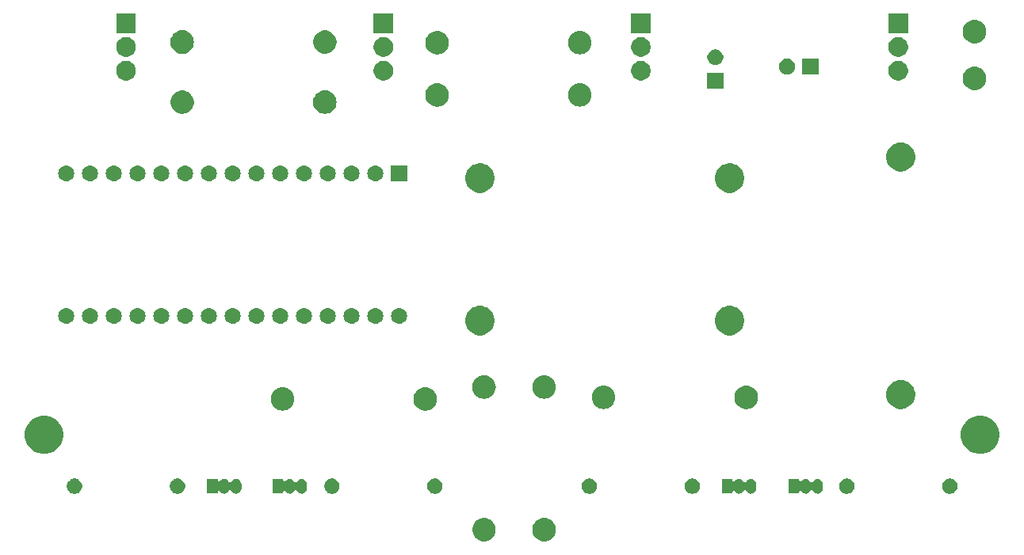
<source format=gbr>
G04 #@! TF.GenerationSoftware,KiCad,Pcbnew,5.0.2-bee76a0~70~ubuntu18.04.1*
G04 #@! TF.CreationDate,2019-01-02T21:03:54+01:00*
G04 #@! TF.ProjectId,magic-switchboard,6d616769-632d-4737-9769-746368626f61,v2*
G04 #@! TF.SameCoordinates,Original*
G04 #@! TF.FileFunction,Soldermask,Top*
G04 #@! TF.FilePolarity,Negative*
%FSLAX46Y46*%
G04 Gerber Fmt 4.6, Leading zero omitted, Abs format (unit mm)*
G04 Created by KiCad (PCBNEW 5.0.2-bee76a0~70~ubuntu18.04.1) date Mi 02 Jan 2019 21:03:54 CET*
%MOMM*%
%LPD*%
G01*
G04 APERTURE LIST*
%ADD10C,0.100000*%
G04 APERTURE END LIST*
D10*
G36*
X148603636Y-135911019D02*
X148784903Y-135947075D01*
X149012571Y-136041378D01*
X149216542Y-136177668D01*
X149217469Y-136178287D01*
X149391713Y-136352531D01*
X149391715Y-136352534D01*
X149528622Y-136557429D01*
X149622925Y-136785097D01*
X149671000Y-137026787D01*
X149671000Y-137273213D01*
X149622925Y-137514903D01*
X149528622Y-137742571D01*
X149392332Y-137946542D01*
X149391713Y-137947469D01*
X149217469Y-138121713D01*
X149217466Y-138121715D01*
X149012571Y-138258622D01*
X148784903Y-138352925D01*
X148603636Y-138388981D01*
X148543214Y-138401000D01*
X148296786Y-138401000D01*
X148236364Y-138388981D01*
X148055097Y-138352925D01*
X147827429Y-138258622D01*
X147622534Y-138121715D01*
X147622531Y-138121713D01*
X147448287Y-137947469D01*
X147447668Y-137946542D01*
X147311378Y-137742571D01*
X147217075Y-137514903D01*
X147169000Y-137273213D01*
X147169000Y-137026787D01*
X147217075Y-136785097D01*
X147311378Y-136557429D01*
X147448285Y-136352534D01*
X147448287Y-136352531D01*
X147622531Y-136178287D01*
X147623458Y-136177668D01*
X147827429Y-136041378D01*
X148055097Y-135947075D01*
X148236364Y-135911019D01*
X148296786Y-135899000D01*
X148543214Y-135899000D01*
X148603636Y-135911019D01*
X148603636Y-135911019D01*
G37*
G36*
X142183636Y-135911019D02*
X142364903Y-135947075D01*
X142592571Y-136041378D01*
X142796542Y-136177668D01*
X142797469Y-136178287D01*
X142971713Y-136352531D01*
X142971715Y-136352534D01*
X143108622Y-136557429D01*
X143202925Y-136785097D01*
X143251000Y-137026787D01*
X143251000Y-137273213D01*
X143202925Y-137514903D01*
X143108622Y-137742571D01*
X142972332Y-137946542D01*
X142971713Y-137947469D01*
X142797469Y-138121713D01*
X142797466Y-138121715D01*
X142592571Y-138258622D01*
X142364903Y-138352925D01*
X142183636Y-138388981D01*
X142123214Y-138401000D01*
X141876786Y-138401000D01*
X141816364Y-138388981D01*
X141635097Y-138352925D01*
X141407429Y-138258622D01*
X141202534Y-138121715D01*
X141202531Y-138121713D01*
X141028287Y-137947469D01*
X141027668Y-137946542D01*
X140891378Y-137742571D01*
X140797075Y-137514903D01*
X140749000Y-137273213D01*
X140749000Y-137026787D01*
X140797075Y-136785097D01*
X140891378Y-136557429D01*
X141028285Y-136352534D01*
X141028287Y-136352531D01*
X141202531Y-136178287D01*
X141203458Y-136177668D01*
X141407429Y-136041378D01*
X141635097Y-135947075D01*
X141816364Y-135911019D01*
X141876786Y-135899000D01*
X142123214Y-135899000D01*
X142183636Y-135911019D01*
X142183636Y-135911019D01*
G37*
G36*
X153487142Y-131718242D02*
X153635102Y-131779530D01*
X153702130Y-131824317D01*
X153764119Y-131865736D01*
X153768258Y-131868502D01*
X153881498Y-131981742D01*
X153970470Y-132114898D01*
X154031758Y-132262858D01*
X154063000Y-132419925D01*
X154063000Y-132580075D01*
X154031758Y-132737142D01*
X153970470Y-132885102D01*
X153929447Y-132946497D01*
X153881499Y-133018257D01*
X153768257Y-133131499D01*
X153760528Y-133136663D01*
X153635102Y-133220470D01*
X153487142Y-133281758D01*
X153330075Y-133313000D01*
X153169925Y-133313000D01*
X153012858Y-133281758D01*
X152864898Y-133220470D01*
X152739472Y-133136663D01*
X152731743Y-133131499D01*
X152618501Y-133018257D01*
X152570553Y-132946497D01*
X152529530Y-132885102D01*
X152468242Y-132737142D01*
X152437000Y-132580075D01*
X152437000Y-132419925D01*
X152468242Y-132262858D01*
X152529530Y-132114898D01*
X152618502Y-131981742D01*
X152731742Y-131868502D01*
X152735882Y-131865736D01*
X152797870Y-131824317D01*
X152864898Y-131779530D01*
X153012858Y-131718242D01*
X153169925Y-131687000D01*
X153330075Y-131687000D01*
X153487142Y-131718242D01*
X153487142Y-131718242D01*
G37*
G36*
X98487142Y-131718242D02*
X98635102Y-131779530D01*
X98702130Y-131824317D01*
X98764119Y-131865736D01*
X98768258Y-131868502D01*
X98881498Y-131981742D01*
X98970470Y-132114898D01*
X99031758Y-132262858D01*
X99063000Y-132419925D01*
X99063000Y-132580075D01*
X99031758Y-132737142D01*
X98970470Y-132885102D01*
X98929447Y-132946497D01*
X98881499Y-133018257D01*
X98768257Y-133131499D01*
X98760528Y-133136663D01*
X98635102Y-133220470D01*
X98487142Y-133281758D01*
X98330075Y-133313000D01*
X98169925Y-133313000D01*
X98012858Y-133281758D01*
X97864898Y-133220470D01*
X97739472Y-133136663D01*
X97731743Y-133131499D01*
X97618501Y-133018257D01*
X97570553Y-132946497D01*
X97529530Y-132885102D01*
X97468242Y-132737142D01*
X97437000Y-132580075D01*
X97437000Y-132419925D01*
X97468242Y-132262858D01*
X97529530Y-132114898D01*
X97618502Y-131981742D01*
X97731742Y-131868502D01*
X97735882Y-131865736D01*
X97797870Y-131824317D01*
X97864898Y-131779530D01*
X98012858Y-131718242D01*
X98169925Y-131687000D01*
X98330075Y-131687000D01*
X98487142Y-131718242D01*
X98487142Y-131718242D01*
G37*
G36*
X109487142Y-131718242D02*
X109635102Y-131779530D01*
X109702130Y-131824317D01*
X109764119Y-131865736D01*
X109768258Y-131868502D01*
X109881498Y-131981742D01*
X109970470Y-132114898D01*
X110031758Y-132262858D01*
X110063000Y-132419925D01*
X110063000Y-132580075D01*
X110031758Y-132737142D01*
X109970470Y-132885102D01*
X109929447Y-132946497D01*
X109881499Y-133018257D01*
X109768257Y-133131499D01*
X109760528Y-133136663D01*
X109635102Y-133220470D01*
X109487142Y-133281758D01*
X109330075Y-133313000D01*
X109169925Y-133313000D01*
X109012858Y-133281758D01*
X108864898Y-133220470D01*
X108739472Y-133136663D01*
X108731743Y-133131499D01*
X108618501Y-133018257D01*
X108570553Y-132946497D01*
X108529530Y-132885102D01*
X108468242Y-132737142D01*
X108437000Y-132580075D01*
X108437000Y-132419925D01*
X108468242Y-132262858D01*
X108529530Y-132114898D01*
X108618502Y-131981742D01*
X108731742Y-131868502D01*
X108735882Y-131865736D01*
X108797870Y-131824317D01*
X108864898Y-131779530D01*
X109012858Y-131718242D01*
X109169925Y-131687000D01*
X109330075Y-131687000D01*
X109487142Y-131718242D01*
X109487142Y-131718242D01*
G37*
G36*
X136987142Y-131718242D02*
X137135102Y-131779530D01*
X137202130Y-131824317D01*
X137264119Y-131865736D01*
X137268258Y-131868502D01*
X137381498Y-131981742D01*
X137470470Y-132114898D01*
X137531758Y-132262858D01*
X137563000Y-132419925D01*
X137563000Y-132580075D01*
X137531758Y-132737142D01*
X137470470Y-132885102D01*
X137429447Y-132946497D01*
X137381499Y-133018257D01*
X137268257Y-133131499D01*
X137260528Y-133136663D01*
X137135102Y-133220470D01*
X136987142Y-133281758D01*
X136830075Y-133313000D01*
X136669925Y-133313000D01*
X136512858Y-133281758D01*
X136364898Y-133220470D01*
X136239472Y-133136663D01*
X136231743Y-133131499D01*
X136118501Y-133018257D01*
X136070553Y-132946497D01*
X136029530Y-132885102D01*
X135968242Y-132737142D01*
X135937000Y-132580075D01*
X135937000Y-132419925D01*
X135968242Y-132262858D01*
X136029530Y-132114898D01*
X136118502Y-131981742D01*
X136231742Y-131868502D01*
X136235882Y-131865736D01*
X136297870Y-131824317D01*
X136364898Y-131779530D01*
X136512858Y-131718242D01*
X136669925Y-131687000D01*
X136830075Y-131687000D01*
X136987142Y-131718242D01*
X136987142Y-131718242D01*
G37*
G36*
X125987142Y-131718242D02*
X126135102Y-131779530D01*
X126202130Y-131824317D01*
X126264119Y-131865736D01*
X126268258Y-131868502D01*
X126381498Y-131981742D01*
X126470470Y-132114898D01*
X126531758Y-132262858D01*
X126563000Y-132419925D01*
X126563000Y-132580075D01*
X126531758Y-132737142D01*
X126470470Y-132885102D01*
X126429447Y-132946497D01*
X126381499Y-133018257D01*
X126268257Y-133131499D01*
X126260528Y-133136663D01*
X126135102Y-133220470D01*
X125987142Y-133281758D01*
X125830075Y-133313000D01*
X125669925Y-133313000D01*
X125512858Y-133281758D01*
X125364898Y-133220470D01*
X125239472Y-133136663D01*
X125231743Y-133131499D01*
X125118501Y-133018257D01*
X125070553Y-132946497D01*
X125029530Y-132885102D01*
X124968242Y-132737142D01*
X124937000Y-132580075D01*
X124937000Y-132419925D01*
X124968242Y-132262858D01*
X125029530Y-132114898D01*
X125118502Y-131981742D01*
X125231742Y-131868502D01*
X125235882Y-131865736D01*
X125297870Y-131824317D01*
X125364898Y-131779530D01*
X125512858Y-131718242D01*
X125669925Y-131687000D01*
X125830075Y-131687000D01*
X125987142Y-131718242D01*
X125987142Y-131718242D01*
G37*
G36*
X164487142Y-131718242D02*
X164635102Y-131779530D01*
X164702130Y-131824317D01*
X164764119Y-131865736D01*
X164768258Y-131868502D01*
X164881498Y-131981742D01*
X164970470Y-132114898D01*
X165031758Y-132262858D01*
X165063000Y-132419925D01*
X165063000Y-132580075D01*
X165031758Y-132737142D01*
X164970470Y-132885102D01*
X164929447Y-132946497D01*
X164881499Y-133018257D01*
X164768257Y-133131499D01*
X164760528Y-133136663D01*
X164635102Y-133220470D01*
X164487142Y-133281758D01*
X164330075Y-133313000D01*
X164169925Y-133313000D01*
X164012858Y-133281758D01*
X163864898Y-133220470D01*
X163739472Y-133136663D01*
X163731743Y-133131499D01*
X163618501Y-133018257D01*
X163570553Y-132946497D01*
X163529530Y-132885102D01*
X163468242Y-132737142D01*
X163437000Y-132580075D01*
X163437000Y-132419925D01*
X163468242Y-132262858D01*
X163529530Y-132114898D01*
X163618502Y-131981742D01*
X163731742Y-131868502D01*
X163735882Y-131865736D01*
X163797870Y-131824317D01*
X163864898Y-131779530D01*
X164012858Y-131718242D01*
X164169925Y-131687000D01*
X164330075Y-131687000D01*
X164487142Y-131718242D01*
X164487142Y-131718242D01*
G37*
G36*
X180987142Y-131718242D02*
X181135102Y-131779530D01*
X181202130Y-131824317D01*
X181264119Y-131865736D01*
X181268258Y-131868502D01*
X181381498Y-131981742D01*
X181470470Y-132114898D01*
X181531758Y-132262858D01*
X181563000Y-132419925D01*
X181563000Y-132580075D01*
X181531758Y-132737142D01*
X181470470Y-132885102D01*
X181429447Y-132946497D01*
X181381499Y-133018257D01*
X181268257Y-133131499D01*
X181260528Y-133136663D01*
X181135102Y-133220470D01*
X180987142Y-133281758D01*
X180830075Y-133313000D01*
X180669925Y-133313000D01*
X180512858Y-133281758D01*
X180364898Y-133220470D01*
X180239472Y-133136663D01*
X180231743Y-133131499D01*
X180118501Y-133018257D01*
X180070553Y-132946497D01*
X180029530Y-132885102D01*
X179968242Y-132737142D01*
X179937000Y-132580075D01*
X179937000Y-132419925D01*
X179968242Y-132262858D01*
X180029530Y-132114898D01*
X180118502Y-131981742D01*
X180231742Y-131868502D01*
X180235882Y-131865736D01*
X180297870Y-131824317D01*
X180364898Y-131779530D01*
X180512858Y-131718242D01*
X180669925Y-131687000D01*
X180830075Y-131687000D01*
X180987142Y-131718242D01*
X180987142Y-131718242D01*
G37*
G36*
X191987142Y-131718242D02*
X192135102Y-131779530D01*
X192202130Y-131824317D01*
X192264119Y-131865736D01*
X192268258Y-131868502D01*
X192381498Y-131981742D01*
X192470470Y-132114898D01*
X192531758Y-132262858D01*
X192563000Y-132419925D01*
X192563000Y-132580075D01*
X192531758Y-132737142D01*
X192470470Y-132885102D01*
X192429447Y-132946497D01*
X192381499Y-133018257D01*
X192268257Y-133131499D01*
X192260528Y-133136663D01*
X192135102Y-133220470D01*
X191987142Y-133281758D01*
X191830075Y-133313000D01*
X191669925Y-133313000D01*
X191512858Y-133281758D01*
X191364898Y-133220470D01*
X191239472Y-133136663D01*
X191231743Y-133131499D01*
X191118501Y-133018257D01*
X191070553Y-132946497D01*
X191029530Y-132885102D01*
X190968242Y-132737142D01*
X190937000Y-132580075D01*
X190937000Y-132419925D01*
X190968242Y-132262858D01*
X191029530Y-132114898D01*
X191118502Y-131981742D01*
X191231742Y-131868502D01*
X191235882Y-131865736D01*
X191297870Y-131824317D01*
X191364898Y-131779530D01*
X191512858Y-131718242D01*
X191669925Y-131687000D01*
X191830075Y-131687000D01*
X191987142Y-131718242D01*
X191987142Y-131718242D01*
G37*
G36*
X122624915Y-131707334D02*
X122733491Y-131740271D01*
X122833556Y-131793756D01*
X122921264Y-131865736D01*
X122993244Y-131953443D01*
X123046729Y-132053508D01*
X123079666Y-132162084D01*
X123088000Y-132246702D01*
X123088000Y-132753297D01*
X123079666Y-132837916D01*
X123046729Y-132946492D01*
X122993244Y-133046557D01*
X122921264Y-133134264D01*
X122833557Y-133206244D01*
X122733492Y-133259729D01*
X122624916Y-133292666D01*
X122512000Y-133303787D01*
X122399085Y-133292666D01*
X122290509Y-133259729D01*
X122190444Y-133206244D01*
X122102737Y-133134264D01*
X122030757Y-133046557D01*
X121987240Y-132965143D01*
X121973627Y-132944768D01*
X121956299Y-132927441D01*
X121935925Y-132913827D01*
X121913286Y-132904450D01*
X121889253Y-132899669D01*
X121864748Y-132899669D01*
X121840715Y-132904449D01*
X121818076Y-132913827D01*
X121797701Y-132927440D01*
X121780374Y-132944768D01*
X121766760Y-132965143D01*
X121723244Y-133046557D01*
X121651264Y-133134264D01*
X121563557Y-133206244D01*
X121463492Y-133259729D01*
X121354916Y-133292666D01*
X121242000Y-133303787D01*
X121129085Y-133292666D01*
X121020509Y-133259729D01*
X120920444Y-133206244D01*
X120832737Y-133134264D01*
X120769626Y-133057364D01*
X120752299Y-133040036D01*
X120731924Y-133026423D01*
X120709285Y-133017045D01*
X120685252Y-133012265D01*
X120660748Y-133012265D01*
X120636714Y-133017046D01*
X120614075Y-133026423D01*
X120593701Y-133040037D01*
X120576373Y-133057364D01*
X120562760Y-133077739D01*
X120553382Y-133100378D01*
X120548000Y-133136663D01*
X120548000Y-133301000D01*
X119396000Y-133301000D01*
X119396000Y-131699000D01*
X120548000Y-131699000D01*
X120548000Y-131863337D01*
X120550402Y-131887723D01*
X120557515Y-131911172D01*
X120569066Y-131932783D01*
X120584612Y-131951725D01*
X120603554Y-131967271D01*
X120625165Y-131978822D01*
X120648614Y-131985935D01*
X120673000Y-131988337D01*
X120697386Y-131985935D01*
X120720835Y-131978822D01*
X120742446Y-131967271D01*
X120769626Y-131942636D01*
X120832734Y-131865739D01*
X120832736Y-131865736D01*
X120920443Y-131793756D01*
X121020508Y-131740271D01*
X121129084Y-131707334D01*
X121242000Y-131696213D01*
X121354915Y-131707334D01*
X121463491Y-131740271D01*
X121563556Y-131793756D01*
X121651264Y-131865736D01*
X121723244Y-131953443D01*
X121766767Y-132034869D01*
X121780373Y-132055232D01*
X121797700Y-132072560D01*
X121818075Y-132086174D01*
X121840713Y-132095551D01*
X121864747Y-132100332D01*
X121889251Y-132100332D01*
X121913285Y-132095552D01*
X121935924Y-132086175D01*
X121956298Y-132072561D01*
X121973626Y-132055234D01*
X121987240Y-132034858D01*
X122030756Y-131953444D01*
X122102734Y-131865739D01*
X122102736Y-131865736D01*
X122190443Y-131793756D01*
X122290508Y-131740271D01*
X122399084Y-131707334D01*
X122512000Y-131696213D01*
X122624915Y-131707334D01*
X122624915Y-131707334D01*
G37*
G36*
X115612915Y-131707334D02*
X115721491Y-131740271D01*
X115821556Y-131793756D01*
X115909264Y-131865736D01*
X115981244Y-131953443D01*
X116034729Y-132053508D01*
X116067666Y-132162084D01*
X116076000Y-132246702D01*
X116076000Y-132753297D01*
X116067666Y-132837916D01*
X116034729Y-132946492D01*
X115981244Y-133046557D01*
X115909264Y-133134264D01*
X115821557Y-133206244D01*
X115721492Y-133259729D01*
X115612916Y-133292666D01*
X115500000Y-133303787D01*
X115387085Y-133292666D01*
X115278509Y-133259729D01*
X115178444Y-133206244D01*
X115090737Y-133134264D01*
X115018757Y-133046557D01*
X114975240Y-132965143D01*
X114961627Y-132944768D01*
X114944299Y-132927441D01*
X114923925Y-132913827D01*
X114901286Y-132904450D01*
X114877253Y-132899669D01*
X114852748Y-132899669D01*
X114828715Y-132904449D01*
X114806076Y-132913827D01*
X114785701Y-132927440D01*
X114768374Y-132944768D01*
X114754760Y-132965143D01*
X114711244Y-133046557D01*
X114639264Y-133134264D01*
X114551557Y-133206244D01*
X114451492Y-133259729D01*
X114342916Y-133292666D01*
X114230000Y-133303787D01*
X114117085Y-133292666D01*
X114008509Y-133259729D01*
X113908444Y-133206244D01*
X113820737Y-133134264D01*
X113757626Y-133057364D01*
X113740299Y-133040036D01*
X113719924Y-133026423D01*
X113697285Y-133017045D01*
X113673252Y-133012265D01*
X113648748Y-133012265D01*
X113624714Y-133017046D01*
X113602075Y-133026423D01*
X113581701Y-133040037D01*
X113564373Y-133057364D01*
X113550760Y-133077739D01*
X113541382Y-133100378D01*
X113536000Y-133136663D01*
X113536000Y-133301000D01*
X112384000Y-133301000D01*
X112384000Y-131699000D01*
X113536000Y-131699000D01*
X113536000Y-131863337D01*
X113538402Y-131887723D01*
X113545515Y-131911172D01*
X113557066Y-131932783D01*
X113572612Y-131951725D01*
X113591554Y-131967271D01*
X113613165Y-131978822D01*
X113636614Y-131985935D01*
X113661000Y-131988337D01*
X113685386Y-131985935D01*
X113708835Y-131978822D01*
X113730446Y-131967271D01*
X113757626Y-131942636D01*
X113820734Y-131865739D01*
X113820736Y-131865736D01*
X113908443Y-131793756D01*
X114008508Y-131740271D01*
X114117084Y-131707334D01*
X114230000Y-131696213D01*
X114342915Y-131707334D01*
X114451491Y-131740271D01*
X114551556Y-131793756D01*
X114639264Y-131865736D01*
X114711244Y-131953443D01*
X114754767Y-132034869D01*
X114768373Y-132055232D01*
X114785700Y-132072560D01*
X114806075Y-132086174D01*
X114828713Y-132095551D01*
X114852747Y-132100332D01*
X114877251Y-132100332D01*
X114901285Y-132095552D01*
X114923924Y-132086175D01*
X114944298Y-132072561D01*
X114961626Y-132055234D01*
X114975240Y-132034858D01*
X115018756Y-131953444D01*
X115090734Y-131865739D01*
X115090736Y-131865736D01*
X115178443Y-131793756D01*
X115278508Y-131740271D01*
X115387084Y-131707334D01*
X115500000Y-131696213D01*
X115612915Y-131707334D01*
X115612915Y-131707334D01*
G37*
G36*
X170612915Y-131707334D02*
X170721491Y-131740271D01*
X170821556Y-131793756D01*
X170909264Y-131865736D01*
X170981244Y-131953443D01*
X171034729Y-132053508D01*
X171067666Y-132162084D01*
X171076000Y-132246702D01*
X171076000Y-132753297D01*
X171067666Y-132837916D01*
X171034729Y-132946492D01*
X170981244Y-133046557D01*
X170909264Y-133134264D01*
X170821557Y-133206244D01*
X170721492Y-133259729D01*
X170612916Y-133292666D01*
X170500000Y-133303787D01*
X170387085Y-133292666D01*
X170278509Y-133259729D01*
X170178444Y-133206244D01*
X170090737Y-133134264D01*
X170018757Y-133046557D01*
X169975240Y-132965143D01*
X169961627Y-132944768D01*
X169944299Y-132927441D01*
X169923925Y-132913827D01*
X169901286Y-132904450D01*
X169877253Y-132899669D01*
X169852748Y-132899669D01*
X169828715Y-132904449D01*
X169806076Y-132913827D01*
X169785701Y-132927440D01*
X169768374Y-132944768D01*
X169754760Y-132965143D01*
X169711244Y-133046557D01*
X169639264Y-133134264D01*
X169551557Y-133206244D01*
X169451492Y-133259729D01*
X169342916Y-133292666D01*
X169230000Y-133303787D01*
X169117085Y-133292666D01*
X169008509Y-133259729D01*
X168908444Y-133206244D01*
X168820737Y-133134264D01*
X168757626Y-133057364D01*
X168740299Y-133040036D01*
X168719924Y-133026423D01*
X168697285Y-133017045D01*
X168673252Y-133012265D01*
X168648748Y-133012265D01*
X168624714Y-133017046D01*
X168602075Y-133026423D01*
X168581701Y-133040037D01*
X168564373Y-133057364D01*
X168550760Y-133077739D01*
X168541382Y-133100378D01*
X168536000Y-133136663D01*
X168536000Y-133301000D01*
X167384000Y-133301000D01*
X167384000Y-131699000D01*
X168536000Y-131699000D01*
X168536000Y-131863337D01*
X168538402Y-131887723D01*
X168545515Y-131911172D01*
X168557066Y-131932783D01*
X168572612Y-131951725D01*
X168591554Y-131967271D01*
X168613165Y-131978822D01*
X168636614Y-131985935D01*
X168661000Y-131988337D01*
X168685386Y-131985935D01*
X168708835Y-131978822D01*
X168730446Y-131967271D01*
X168757626Y-131942636D01*
X168820734Y-131865739D01*
X168820736Y-131865736D01*
X168908443Y-131793756D01*
X169008508Y-131740271D01*
X169117084Y-131707334D01*
X169230000Y-131696213D01*
X169342915Y-131707334D01*
X169451491Y-131740271D01*
X169551556Y-131793756D01*
X169639264Y-131865736D01*
X169711244Y-131953443D01*
X169754767Y-132034869D01*
X169768373Y-132055232D01*
X169785700Y-132072560D01*
X169806075Y-132086174D01*
X169828713Y-132095551D01*
X169852747Y-132100332D01*
X169877251Y-132100332D01*
X169901285Y-132095552D01*
X169923924Y-132086175D01*
X169944298Y-132072561D01*
X169961626Y-132055234D01*
X169975240Y-132034858D01*
X170018756Y-131953444D01*
X170090734Y-131865739D01*
X170090736Y-131865736D01*
X170178443Y-131793756D01*
X170278508Y-131740271D01*
X170387084Y-131707334D01*
X170500000Y-131696213D01*
X170612915Y-131707334D01*
X170612915Y-131707334D01*
G37*
G36*
X177742915Y-131707334D02*
X177851491Y-131740271D01*
X177951556Y-131793756D01*
X178039264Y-131865736D01*
X178111244Y-131953443D01*
X178164729Y-132053508D01*
X178197666Y-132162084D01*
X178206000Y-132246702D01*
X178206000Y-132753297D01*
X178197666Y-132837916D01*
X178164729Y-132946492D01*
X178111244Y-133046557D01*
X178039264Y-133134264D01*
X177951557Y-133206244D01*
X177851492Y-133259729D01*
X177742916Y-133292666D01*
X177630000Y-133303787D01*
X177517085Y-133292666D01*
X177408509Y-133259729D01*
X177308444Y-133206244D01*
X177220737Y-133134264D01*
X177148757Y-133046557D01*
X177105240Y-132965143D01*
X177091627Y-132944768D01*
X177074299Y-132927441D01*
X177053925Y-132913827D01*
X177031286Y-132904450D01*
X177007253Y-132899669D01*
X176982748Y-132899669D01*
X176958715Y-132904449D01*
X176936076Y-132913827D01*
X176915701Y-132927440D01*
X176898374Y-132944768D01*
X176884760Y-132965143D01*
X176841244Y-133046557D01*
X176769264Y-133134264D01*
X176681557Y-133206244D01*
X176581492Y-133259729D01*
X176472916Y-133292666D01*
X176360000Y-133303787D01*
X176247085Y-133292666D01*
X176138509Y-133259729D01*
X176038444Y-133206244D01*
X175950737Y-133134264D01*
X175887626Y-133057364D01*
X175870299Y-133040036D01*
X175849924Y-133026423D01*
X175827285Y-133017045D01*
X175803252Y-133012265D01*
X175778748Y-133012265D01*
X175754714Y-133017046D01*
X175732075Y-133026423D01*
X175711701Y-133040037D01*
X175694373Y-133057364D01*
X175680760Y-133077739D01*
X175671382Y-133100378D01*
X175666000Y-133136663D01*
X175666000Y-133301000D01*
X174514000Y-133301000D01*
X174514000Y-131699000D01*
X175666000Y-131699000D01*
X175666000Y-131863337D01*
X175668402Y-131887723D01*
X175675515Y-131911172D01*
X175687066Y-131932783D01*
X175702612Y-131951725D01*
X175721554Y-131967271D01*
X175743165Y-131978822D01*
X175766614Y-131985935D01*
X175791000Y-131988337D01*
X175815386Y-131985935D01*
X175838835Y-131978822D01*
X175860446Y-131967271D01*
X175887626Y-131942636D01*
X175950734Y-131865739D01*
X175950736Y-131865736D01*
X176038443Y-131793756D01*
X176138508Y-131740271D01*
X176247084Y-131707334D01*
X176360000Y-131696213D01*
X176472915Y-131707334D01*
X176581491Y-131740271D01*
X176681556Y-131793756D01*
X176769264Y-131865736D01*
X176841244Y-131953443D01*
X176884767Y-132034869D01*
X176898373Y-132055232D01*
X176915700Y-132072560D01*
X176936075Y-132086174D01*
X176958713Y-132095551D01*
X176982747Y-132100332D01*
X177007251Y-132100332D01*
X177031285Y-132095552D01*
X177053924Y-132086175D01*
X177074298Y-132072561D01*
X177091626Y-132055234D01*
X177105240Y-132034858D01*
X177148756Y-131953444D01*
X177220734Y-131865739D01*
X177220736Y-131865736D01*
X177308443Y-131793756D01*
X177408508Y-131740271D01*
X177517084Y-131707334D01*
X177630000Y-131696213D01*
X177742915Y-131707334D01*
X177742915Y-131707334D01*
G37*
G36*
X195598252Y-125027818D02*
X195598254Y-125027819D01*
X195598255Y-125027819D01*
X195971513Y-125182427D01*
X195971514Y-125182428D01*
X196307439Y-125406886D01*
X196593114Y-125692561D01*
X196593116Y-125692564D01*
X196817573Y-126028487D01*
X196972181Y-126401745D01*
X197051000Y-126797994D01*
X197051000Y-127202006D01*
X196972181Y-127598255D01*
X196817573Y-127971513D01*
X196817572Y-127971514D01*
X196593114Y-128307439D01*
X196307439Y-128593114D01*
X196307436Y-128593116D01*
X195971513Y-128817573D01*
X195598255Y-128972181D01*
X195598254Y-128972181D01*
X195598252Y-128972182D01*
X195202007Y-129051000D01*
X194797993Y-129051000D01*
X194401748Y-128972182D01*
X194401746Y-128972181D01*
X194401745Y-128972181D01*
X194028487Y-128817573D01*
X193692564Y-128593116D01*
X193692561Y-128593114D01*
X193406886Y-128307439D01*
X193182428Y-127971514D01*
X193182427Y-127971513D01*
X193027819Y-127598255D01*
X192949000Y-127202006D01*
X192949000Y-126797994D01*
X193027819Y-126401745D01*
X193182427Y-126028487D01*
X193406884Y-125692564D01*
X193406886Y-125692561D01*
X193692561Y-125406886D01*
X194028486Y-125182428D01*
X194028487Y-125182427D01*
X194401745Y-125027819D01*
X194401746Y-125027819D01*
X194401748Y-125027818D01*
X194797993Y-124949000D01*
X195202007Y-124949000D01*
X195598252Y-125027818D01*
X195598252Y-125027818D01*
G37*
G36*
X95598252Y-125027818D02*
X95598254Y-125027819D01*
X95598255Y-125027819D01*
X95971513Y-125182427D01*
X95971514Y-125182428D01*
X96307439Y-125406886D01*
X96593114Y-125692561D01*
X96593116Y-125692564D01*
X96817573Y-126028487D01*
X96972181Y-126401745D01*
X97051000Y-126797994D01*
X97051000Y-127202006D01*
X96972181Y-127598255D01*
X96817573Y-127971513D01*
X96817572Y-127971514D01*
X96593114Y-128307439D01*
X96307439Y-128593114D01*
X96307436Y-128593116D01*
X95971513Y-128817573D01*
X95598255Y-128972181D01*
X95598254Y-128972181D01*
X95598252Y-128972182D01*
X95202007Y-129051000D01*
X94797993Y-129051000D01*
X94401748Y-128972182D01*
X94401746Y-128972181D01*
X94401745Y-128972181D01*
X94028487Y-128817573D01*
X93692564Y-128593116D01*
X93692561Y-128593114D01*
X93406886Y-128307439D01*
X93182428Y-127971514D01*
X93182427Y-127971513D01*
X93027819Y-127598255D01*
X92949000Y-127202006D01*
X92949000Y-126797994D01*
X93027819Y-126401745D01*
X93182427Y-126028487D01*
X93406884Y-125692564D01*
X93406886Y-125692561D01*
X93692561Y-125406886D01*
X94028486Y-125182428D01*
X94028487Y-125182427D01*
X94401745Y-125027819D01*
X94401746Y-125027819D01*
X94401748Y-125027818D01*
X94797993Y-124949000D01*
X95202007Y-124949000D01*
X95598252Y-125027818D01*
X95598252Y-125027818D01*
G37*
G36*
X120725239Y-121947101D02*
X120961053Y-122018634D01*
X121178381Y-122134799D01*
X121368871Y-122291129D01*
X121525201Y-122481619D01*
X121641366Y-122698947D01*
X121712899Y-122934761D01*
X121737053Y-123180000D01*
X121712899Y-123425239D01*
X121641366Y-123661053D01*
X121525201Y-123878381D01*
X121368871Y-124068871D01*
X121178381Y-124225201D01*
X120961053Y-124341366D01*
X120725239Y-124412899D01*
X120541457Y-124431000D01*
X120418543Y-124431000D01*
X120234761Y-124412899D01*
X119998947Y-124341366D01*
X119781619Y-124225201D01*
X119591129Y-124068871D01*
X119434799Y-123878381D01*
X119318634Y-123661053D01*
X119247101Y-123425239D01*
X119222947Y-123180000D01*
X119247101Y-122934761D01*
X119318634Y-122698947D01*
X119434799Y-122481619D01*
X119591129Y-122291129D01*
X119781619Y-122134799D01*
X119998947Y-122018634D01*
X120234761Y-121947101D01*
X120418543Y-121929000D01*
X120541457Y-121929000D01*
X120725239Y-121947101D01*
X120725239Y-121947101D01*
G37*
G36*
X135903635Y-121941019D02*
X136084903Y-121977075D01*
X136312571Y-122071378D01*
X136407488Y-122134800D01*
X136517469Y-122208287D01*
X136691713Y-122382531D01*
X136691715Y-122382534D01*
X136828622Y-122587429D01*
X136922925Y-122815097D01*
X136971000Y-123056787D01*
X136971000Y-123303213D01*
X136922925Y-123544903D01*
X136828622Y-123772571D01*
X136740310Y-123904738D01*
X136691713Y-123977469D01*
X136517469Y-124151713D01*
X136517466Y-124151715D01*
X136312571Y-124288622D01*
X136084903Y-124382925D01*
X135934213Y-124412899D01*
X135843214Y-124431000D01*
X135596786Y-124431000D01*
X135505787Y-124412899D01*
X135355097Y-124382925D01*
X135127429Y-124288622D01*
X134922534Y-124151715D01*
X134922531Y-124151713D01*
X134748287Y-123977469D01*
X134699690Y-123904738D01*
X134611378Y-123772571D01*
X134517075Y-123544903D01*
X134469000Y-123303213D01*
X134469000Y-123056787D01*
X134517075Y-122815097D01*
X134611378Y-122587429D01*
X134748285Y-122382534D01*
X134748287Y-122382531D01*
X134922531Y-122208287D01*
X135032512Y-122134800D01*
X135127429Y-122071378D01*
X135355097Y-121977075D01*
X135536365Y-121941019D01*
X135596786Y-121929000D01*
X135843214Y-121929000D01*
X135903635Y-121941019D01*
X135903635Y-121941019D01*
G37*
G36*
X186852527Y-121188736D02*
X186952410Y-121208604D01*
X187234674Y-121325521D01*
X187488705Y-121495259D01*
X187704741Y-121711295D01*
X187874479Y-121965326D01*
X187944677Y-122134800D01*
X187991396Y-122247591D01*
X188051000Y-122547238D01*
X188051000Y-122852762D01*
X188030623Y-122955201D01*
X187991396Y-123152410D01*
X187874479Y-123434674D01*
X187704741Y-123688705D01*
X187488705Y-123904741D01*
X187234674Y-124074479D01*
X186952410Y-124191396D01*
X186852527Y-124211264D01*
X186652762Y-124251000D01*
X186347238Y-124251000D01*
X186147473Y-124211264D01*
X186047590Y-124191396D01*
X185765326Y-124074479D01*
X185511295Y-123904741D01*
X185295259Y-123688705D01*
X185125521Y-123434674D01*
X185008604Y-123152410D01*
X184969377Y-122955201D01*
X184949000Y-122852762D01*
X184949000Y-122547238D01*
X185008604Y-122247591D01*
X185055323Y-122134800D01*
X185125521Y-121965326D01*
X185295259Y-121711295D01*
X185511295Y-121495259D01*
X185765326Y-121325521D01*
X186047590Y-121208604D01*
X186147473Y-121188736D01*
X186347238Y-121149000D01*
X186652762Y-121149000D01*
X186852527Y-121188736D01*
X186852527Y-121188736D01*
G37*
G36*
X170193635Y-121761019D02*
X170374903Y-121797075D01*
X170602571Y-121891378D01*
X170730825Y-121977075D01*
X170807469Y-122028287D01*
X170981713Y-122202531D01*
X170981715Y-122202534D01*
X171118622Y-122407429D01*
X171212925Y-122635097D01*
X171261000Y-122876787D01*
X171261000Y-123123213D01*
X171212925Y-123364903D01*
X171118622Y-123592571D01*
X171047921Y-123698382D01*
X170981713Y-123797469D01*
X170807469Y-123971713D01*
X170807466Y-123971715D01*
X170602571Y-124108622D01*
X170374903Y-124202925D01*
X170224213Y-124232899D01*
X170133214Y-124251000D01*
X169886786Y-124251000D01*
X169795787Y-124232899D01*
X169645097Y-124202925D01*
X169417429Y-124108622D01*
X169212534Y-123971715D01*
X169212531Y-123971713D01*
X169038287Y-123797469D01*
X168972079Y-123698382D01*
X168901378Y-123592571D01*
X168807075Y-123364903D01*
X168759000Y-123123213D01*
X168759000Y-122876787D01*
X168807075Y-122635097D01*
X168901378Y-122407429D01*
X169038285Y-122202534D01*
X169038287Y-122202531D01*
X169212531Y-122028287D01*
X169289175Y-121977075D01*
X169417429Y-121891378D01*
X169645097Y-121797075D01*
X169826365Y-121761019D01*
X169886786Y-121749000D01*
X170133214Y-121749000D01*
X170193635Y-121761019D01*
X170193635Y-121761019D01*
G37*
G36*
X155015239Y-121767101D02*
X155251053Y-121838634D01*
X155468381Y-121954799D01*
X155658871Y-122111129D01*
X155815201Y-122301619D01*
X155931366Y-122518947D01*
X156002899Y-122754761D01*
X156027053Y-123000000D01*
X156002899Y-123245239D01*
X155931366Y-123481053D01*
X155815201Y-123698381D01*
X155658871Y-123888871D01*
X155468381Y-124045201D01*
X155251053Y-124161366D01*
X155015239Y-124232899D01*
X154831457Y-124251000D01*
X154708543Y-124251000D01*
X154524761Y-124232899D01*
X154288947Y-124161366D01*
X154071619Y-124045201D01*
X153881129Y-123888871D01*
X153724799Y-123698381D01*
X153608634Y-123481053D01*
X153537101Y-123245239D01*
X153512947Y-123000000D01*
X153537101Y-122754761D01*
X153608634Y-122518947D01*
X153724799Y-122301619D01*
X153881129Y-122111129D01*
X154071619Y-121954799D01*
X154288947Y-121838634D01*
X154524761Y-121767101D01*
X154708543Y-121749000D01*
X154831457Y-121749000D01*
X155015239Y-121767101D01*
X155015239Y-121767101D01*
G37*
G36*
X148665239Y-120677101D02*
X148901053Y-120748634D01*
X149118381Y-120864799D01*
X149308871Y-121021129D01*
X149465201Y-121211619D01*
X149581366Y-121428947D01*
X149652899Y-121664761D01*
X149677053Y-121910000D01*
X149652899Y-122155239D01*
X149581366Y-122391053D01*
X149465201Y-122608381D01*
X149308871Y-122798871D01*
X149118381Y-122955201D01*
X148901053Y-123071366D01*
X148665239Y-123142899D01*
X148481457Y-123161000D01*
X148358543Y-123161000D01*
X148174761Y-123142899D01*
X147938947Y-123071366D01*
X147721619Y-122955201D01*
X147531129Y-122798871D01*
X147374799Y-122608381D01*
X147258634Y-122391053D01*
X147187101Y-122155239D01*
X147162947Y-121910000D01*
X147187101Y-121664761D01*
X147258634Y-121428947D01*
X147374799Y-121211619D01*
X147531129Y-121021129D01*
X147721619Y-120864799D01*
X147938947Y-120748634D01*
X148174761Y-120677101D01*
X148358543Y-120659000D01*
X148481457Y-120659000D01*
X148665239Y-120677101D01*
X148665239Y-120677101D01*
G37*
G36*
X142245239Y-120677101D02*
X142481053Y-120748634D01*
X142698381Y-120864799D01*
X142888871Y-121021129D01*
X143045201Y-121211619D01*
X143161366Y-121428947D01*
X143232899Y-121664761D01*
X143257053Y-121910000D01*
X143232899Y-122155239D01*
X143161366Y-122391053D01*
X143045201Y-122608381D01*
X142888871Y-122798871D01*
X142698381Y-122955201D01*
X142481053Y-123071366D01*
X142245239Y-123142899D01*
X142061457Y-123161000D01*
X141938543Y-123161000D01*
X141754761Y-123142899D01*
X141518947Y-123071366D01*
X141301619Y-122955201D01*
X141111129Y-122798871D01*
X140954799Y-122608381D01*
X140838634Y-122391053D01*
X140767101Y-122155239D01*
X140742947Y-121910000D01*
X140767101Y-121664761D01*
X140838634Y-121428947D01*
X140954799Y-121211619D01*
X141111129Y-121021129D01*
X141301619Y-120864799D01*
X141518947Y-120748634D01*
X141754761Y-120677101D01*
X141938543Y-120659000D01*
X142061457Y-120659000D01*
X142245239Y-120677101D01*
X142245239Y-120677101D01*
G37*
G36*
X142021411Y-113283526D02*
X142140137Y-113332704D01*
X142308041Y-113402252D01*
X142566007Y-113574619D01*
X142785381Y-113793993D01*
X142957748Y-114051959D01*
X142987248Y-114123179D01*
X143056348Y-114290000D01*
X143076474Y-114338590D01*
X143137000Y-114642875D01*
X143137000Y-114953125D01*
X143076474Y-115257410D01*
X142957748Y-115544041D01*
X142785381Y-115802007D01*
X142566007Y-116021381D01*
X142308041Y-116193748D01*
X142140137Y-116263296D01*
X142021411Y-116312474D01*
X141717125Y-116373000D01*
X141406875Y-116373000D01*
X141102589Y-116312474D01*
X140983863Y-116263296D01*
X140815959Y-116193748D01*
X140557993Y-116021381D01*
X140338619Y-115802007D01*
X140166252Y-115544041D01*
X140047526Y-115257410D01*
X139987000Y-114953125D01*
X139987000Y-114642875D01*
X140047526Y-114338590D01*
X140067653Y-114290000D01*
X140136752Y-114123179D01*
X140166252Y-114051959D01*
X140338619Y-113793993D01*
X140557993Y-113574619D01*
X140815959Y-113402252D01*
X140983863Y-113332704D01*
X141102589Y-113283526D01*
X141406875Y-113223000D01*
X141717125Y-113223000D01*
X142021411Y-113283526D01*
X142021411Y-113283526D01*
G37*
G36*
X168691411Y-113283526D02*
X168810137Y-113332704D01*
X168978041Y-113402252D01*
X169236007Y-113574619D01*
X169455381Y-113793993D01*
X169627748Y-114051959D01*
X169657248Y-114123179D01*
X169726348Y-114290000D01*
X169746474Y-114338590D01*
X169807000Y-114642875D01*
X169807000Y-114953125D01*
X169746474Y-115257410D01*
X169627748Y-115544041D01*
X169455381Y-115802007D01*
X169236007Y-116021381D01*
X168978041Y-116193748D01*
X168810137Y-116263296D01*
X168691411Y-116312474D01*
X168387125Y-116373000D01*
X168076875Y-116373000D01*
X167772589Y-116312474D01*
X167653863Y-116263296D01*
X167485959Y-116193748D01*
X167227993Y-116021381D01*
X167008619Y-115802007D01*
X166836252Y-115544041D01*
X166717526Y-115257410D01*
X166657000Y-114953125D01*
X166657000Y-114642875D01*
X166717526Y-114338590D01*
X166737653Y-114290000D01*
X166806752Y-114123179D01*
X166836252Y-114051959D01*
X167008619Y-113793993D01*
X167227993Y-113574619D01*
X167485959Y-113402252D01*
X167653863Y-113332704D01*
X167772589Y-113283526D01*
X168076875Y-113223000D01*
X168387125Y-113223000D01*
X168691411Y-113283526D01*
X168691411Y-113283526D01*
G37*
G36*
X97532821Y-113451313D02*
X97532824Y-113451314D01*
X97532825Y-113451314D01*
X97693239Y-113499975D01*
X97693241Y-113499976D01*
X97693244Y-113499977D01*
X97841078Y-113578995D01*
X97970659Y-113685341D01*
X98077005Y-113814922D01*
X98156023Y-113962756D01*
X98156024Y-113962759D01*
X98156025Y-113962761D01*
X98183083Y-114051959D01*
X98204687Y-114123179D01*
X98221117Y-114290000D01*
X98204687Y-114456821D01*
X98156023Y-114617244D01*
X98077005Y-114765078D01*
X97970659Y-114894659D01*
X97841078Y-115001005D01*
X97693244Y-115080023D01*
X97693241Y-115080024D01*
X97693239Y-115080025D01*
X97532825Y-115128686D01*
X97532824Y-115128686D01*
X97532821Y-115128687D01*
X97407804Y-115141000D01*
X97324196Y-115141000D01*
X97199179Y-115128687D01*
X97199176Y-115128686D01*
X97199175Y-115128686D01*
X97038761Y-115080025D01*
X97038759Y-115080024D01*
X97038756Y-115080023D01*
X96890922Y-115001005D01*
X96761341Y-114894659D01*
X96654995Y-114765078D01*
X96575977Y-114617244D01*
X96527313Y-114456821D01*
X96510883Y-114290000D01*
X96527313Y-114123179D01*
X96548917Y-114051959D01*
X96575975Y-113962761D01*
X96575976Y-113962759D01*
X96575977Y-113962756D01*
X96654995Y-113814922D01*
X96761341Y-113685341D01*
X96890922Y-113578995D01*
X97038756Y-113499977D01*
X97038759Y-113499976D01*
X97038761Y-113499975D01*
X97199175Y-113451314D01*
X97199176Y-113451314D01*
X97199179Y-113451313D01*
X97324196Y-113439000D01*
X97407804Y-113439000D01*
X97532821Y-113451313D01*
X97532821Y-113451313D01*
G37*
G36*
X133092821Y-113451313D02*
X133092824Y-113451314D01*
X133092825Y-113451314D01*
X133253239Y-113499975D01*
X133253241Y-113499976D01*
X133253244Y-113499977D01*
X133401078Y-113578995D01*
X133530659Y-113685341D01*
X133637005Y-113814922D01*
X133716023Y-113962756D01*
X133716024Y-113962759D01*
X133716025Y-113962761D01*
X133743083Y-114051959D01*
X133764687Y-114123179D01*
X133781117Y-114290000D01*
X133764687Y-114456821D01*
X133716023Y-114617244D01*
X133637005Y-114765078D01*
X133530659Y-114894659D01*
X133401078Y-115001005D01*
X133253244Y-115080023D01*
X133253241Y-115080024D01*
X133253239Y-115080025D01*
X133092825Y-115128686D01*
X133092824Y-115128686D01*
X133092821Y-115128687D01*
X132967804Y-115141000D01*
X132884196Y-115141000D01*
X132759179Y-115128687D01*
X132759176Y-115128686D01*
X132759175Y-115128686D01*
X132598761Y-115080025D01*
X132598759Y-115080024D01*
X132598756Y-115080023D01*
X132450922Y-115001005D01*
X132321341Y-114894659D01*
X132214995Y-114765078D01*
X132135977Y-114617244D01*
X132087313Y-114456821D01*
X132070883Y-114290000D01*
X132087313Y-114123179D01*
X132108917Y-114051959D01*
X132135975Y-113962761D01*
X132135976Y-113962759D01*
X132135977Y-113962756D01*
X132214995Y-113814922D01*
X132321341Y-113685341D01*
X132450922Y-113578995D01*
X132598756Y-113499977D01*
X132598759Y-113499976D01*
X132598761Y-113499975D01*
X132759175Y-113451314D01*
X132759176Y-113451314D01*
X132759179Y-113451313D01*
X132884196Y-113439000D01*
X132967804Y-113439000D01*
X133092821Y-113451313D01*
X133092821Y-113451313D01*
G37*
G36*
X107692821Y-113451313D02*
X107692824Y-113451314D01*
X107692825Y-113451314D01*
X107853239Y-113499975D01*
X107853241Y-113499976D01*
X107853244Y-113499977D01*
X108001078Y-113578995D01*
X108130659Y-113685341D01*
X108237005Y-113814922D01*
X108316023Y-113962756D01*
X108316024Y-113962759D01*
X108316025Y-113962761D01*
X108343083Y-114051959D01*
X108364687Y-114123179D01*
X108381117Y-114290000D01*
X108364687Y-114456821D01*
X108316023Y-114617244D01*
X108237005Y-114765078D01*
X108130659Y-114894659D01*
X108001078Y-115001005D01*
X107853244Y-115080023D01*
X107853241Y-115080024D01*
X107853239Y-115080025D01*
X107692825Y-115128686D01*
X107692824Y-115128686D01*
X107692821Y-115128687D01*
X107567804Y-115141000D01*
X107484196Y-115141000D01*
X107359179Y-115128687D01*
X107359176Y-115128686D01*
X107359175Y-115128686D01*
X107198761Y-115080025D01*
X107198759Y-115080024D01*
X107198756Y-115080023D01*
X107050922Y-115001005D01*
X106921341Y-114894659D01*
X106814995Y-114765078D01*
X106735977Y-114617244D01*
X106687313Y-114456821D01*
X106670883Y-114290000D01*
X106687313Y-114123179D01*
X106708917Y-114051959D01*
X106735975Y-113962761D01*
X106735976Y-113962759D01*
X106735977Y-113962756D01*
X106814995Y-113814922D01*
X106921341Y-113685341D01*
X107050922Y-113578995D01*
X107198756Y-113499977D01*
X107198759Y-113499976D01*
X107198761Y-113499975D01*
X107359175Y-113451314D01*
X107359176Y-113451314D01*
X107359179Y-113451313D01*
X107484196Y-113439000D01*
X107567804Y-113439000D01*
X107692821Y-113451313D01*
X107692821Y-113451313D01*
G37*
G36*
X130552821Y-113451313D02*
X130552824Y-113451314D01*
X130552825Y-113451314D01*
X130713239Y-113499975D01*
X130713241Y-113499976D01*
X130713244Y-113499977D01*
X130861078Y-113578995D01*
X130990659Y-113685341D01*
X131097005Y-113814922D01*
X131176023Y-113962756D01*
X131176024Y-113962759D01*
X131176025Y-113962761D01*
X131203083Y-114051959D01*
X131224687Y-114123179D01*
X131241117Y-114290000D01*
X131224687Y-114456821D01*
X131176023Y-114617244D01*
X131097005Y-114765078D01*
X130990659Y-114894659D01*
X130861078Y-115001005D01*
X130713244Y-115080023D01*
X130713241Y-115080024D01*
X130713239Y-115080025D01*
X130552825Y-115128686D01*
X130552824Y-115128686D01*
X130552821Y-115128687D01*
X130427804Y-115141000D01*
X130344196Y-115141000D01*
X130219179Y-115128687D01*
X130219176Y-115128686D01*
X130219175Y-115128686D01*
X130058761Y-115080025D01*
X130058759Y-115080024D01*
X130058756Y-115080023D01*
X129910922Y-115001005D01*
X129781341Y-114894659D01*
X129674995Y-114765078D01*
X129595977Y-114617244D01*
X129547313Y-114456821D01*
X129530883Y-114290000D01*
X129547313Y-114123179D01*
X129568917Y-114051959D01*
X129595975Y-113962761D01*
X129595976Y-113962759D01*
X129595977Y-113962756D01*
X129674995Y-113814922D01*
X129781341Y-113685341D01*
X129910922Y-113578995D01*
X130058756Y-113499977D01*
X130058759Y-113499976D01*
X130058761Y-113499975D01*
X130219175Y-113451314D01*
X130219176Y-113451314D01*
X130219179Y-113451313D01*
X130344196Y-113439000D01*
X130427804Y-113439000D01*
X130552821Y-113451313D01*
X130552821Y-113451313D01*
G37*
G36*
X128012821Y-113451313D02*
X128012824Y-113451314D01*
X128012825Y-113451314D01*
X128173239Y-113499975D01*
X128173241Y-113499976D01*
X128173244Y-113499977D01*
X128321078Y-113578995D01*
X128450659Y-113685341D01*
X128557005Y-113814922D01*
X128636023Y-113962756D01*
X128636024Y-113962759D01*
X128636025Y-113962761D01*
X128663083Y-114051959D01*
X128684687Y-114123179D01*
X128701117Y-114290000D01*
X128684687Y-114456821D01*
X128636023Y-114617244D01*
X128557005Y-114765078D01*
X128450659Y-114894659D01*
X128321078Y-115001005D01*
X128173244Y-115080023D01*
X128173241Y-115080024D01*
X128173239Y-115080025D01*
X128012825Y-115128686D01*
X128012824Y-115128686D01*
X128012821Y-115128687D01*
X127887804Y-115141000D01*
X127804196Y-115141000D01*
X127679179Y-115128687D01*
X127679176Y-115128686D01*
X127679175Y-115128686D01*
X127518761Y-115080025D01*
X127518759Y-115080024D01*
X127518756Y-115080023D01*
X127370922Y-115001005D01*
X127241341Y-114894659D01*
X127134995Y-114765078D01*
X127055977Y-114617244D01*
X127007313Y-114456821D01*
X126990883Y-114290000D01*
X127007313Y-114123179D01*
X127028917Y-114051959D01*
X127055975Y-113962761D01*
X127055976Y-113962759D01*
X127055977Y-113962756D01*
X127134995Y-113814922D01*
X127241341Y-113685341D01*
X127370922Y-113578995D01*
X127518756Y-113499977D01*
X127518759Y-113499976D01*
X127518761Y-113499975D01*
X127679175Y-113451314D01*
X127679176Y-113451314D01*
X127679179Y-113451313D01*
X127804196Y-113439000D01*
X127887804Y-113439000D01*
X128012821Y-113451313D01*
X128012821Y-113451313D01*
G37*
G36*
X125472821Y-113451313D02*
X125472824Y-113451314D01*
X125472825Y-113451314D01*
X125633239Y-113499975D01*
X125633241Y-113499976D01*
X125633244Y-113499977D01*
X125781078Y-113578995D01*
X125910659Y-113685341D01*
X126017005Y-113814922D01*
X126096023Y-113962756D01*
X126096024Y-113962759D01*
X126096025Y-113962761D01*
X126123083Y-114051959D01*
X126144687Y-114123179D01*
X126161117Y-114290000D01*
X126144687Y-114456821D01*
X126096023Y-114617244D01*
X126017005Y-114765078D01*
X125910659Y-114894659D01*
X125781078Y-115001005D01*
X125633244Y-115080023D01*
X125633241Y-115080024D01*
X125633239Y-115080025D01*
X125472825Y-115128686D01*
X125472824Y-115128686D01*
X125472821Y-115128687D01*
X125347804Y-115141000D01*
X125264196Y-115141000D01*
X125139179Y-115128687D01*
X125139176Y-115128686D01*
X125139175Y-115128686D01*
X124978761Y-115080025D01*
X124978759Y-115080024D01*
X124978756Y-115080023D01*
X124830922Y-115001005D01*
X124701341Y-114894659D01*
X124594995Y-114765078D01*
X124515977Y-114617244D01*
X124467313Y-114456821D01*
X124450883Y-114290000D01*
X124467313Y-114123179D01*
X124488917Y-114051959D01*
X124515975Y-113962761D01*
X124515976Y-113962759D01*
X124515977Y-113962756D01*
X124594995Y-113814922D01*
X124701341Y-113685341D01*
X124830922Y-113578995D01*
X124978756Y-113499977D01*
X124978759Y-113499976D01*
X124978761Y-113499975D01*
X125139175Y-113451314D01*
X125139176Y-113451314D01*
X125139179Y-113451313D01*
X125264196Y-113439000D01*
X125347804Y-113439000D01*
X125472821Y-113451313D01*
X125472821Y-113451313D01*
G37*
G36*
X122932821Y-113451313D02*
X122932824Y-113451314D01*
X122932825Y-113451314D01*
X123093239Y-113499975D01*
X123093241Y-113499976D01*
X123093244Y-113499977D01*
X123241078Y-113578995D01*
X123370659Y-113685341D01*
X123477005Y-113814922D01*
X123556023Y-113962756D01*
X123556024Y-113962759D01*
X123556025Y-113962761D01*
X123583083Y-114051959D01*
X123604687Y-114123179D01*
X123621117Y-114290000D01*
X123604687Y-114456821D01*
X123556023Y-114617244D01*
X123477005Y-114765078D01*
X123370659Y-114894659D01*
X123241078Y-115001005D01*
X123093244Y-115080023D01*
X123093241Y-115080024D01*
X123093239Y-115080025D01*
X122932825Y-115128686D01*
X122932824Y-115128686D01*
X122932821Y-115128687D01*
X122807804Y-115141000D01*
X122724196Y-115141000D01*
X122599179Y-115128687D01*
X122599176Y-115128686D01*
X122599175Y-115128686D01*
X122438761Y-115080025D01*
X122438759Y-115080024D01*
X122438756Y-115080023D01*
X122290922Y-115001005D01*
X122161341Y-114894659D01*
X122054995Y-114765078D01*
X121975977Y-114617244D01*
X121927313Y-114456821D01*
X121910883Y-114290000D01*
X121927313Y-114123179D01*
X121948917Y-114051959D01*
X121975975Y-113962761D01*
X121975976Y-113962759D01*
X121975977Y-113962756D01*
X122054995Y-113814922D01*
X122161341Y-113685341D01*
X122290922Y-113578995D01*
X122438756Y-113499977D01*
X122438759Y-113499976D01*
X122438761Y-113499975D01*
X122599175Y-113451314D01*
X122599176Y-113451314D01*
X122599179Y-113451313D01*
X122724196Y-113439000D01*
X122807804Y-113439000D01*
X122932821Y-113451313D01*
X122932821Y-113451313D01*
G37*
G36*
X117852821Y-113451313D02*
X117852824Y-113451314D01*
X117852825Y-113451314D01*
X118013239Y-113499975D01*
X118013241Y-113499976D01*
X118013244Y-113499977D01*
X118161078Y-113578995D01*
X118290659Y-113685341D01*
X118397005Y-113814922D01*
X118476023Y-113962756D01*
X118476024Y-113962759D01*
X118476025Y-113962761D01*
X118503083Y-114051959D01*
X118524687Y-114123179D01*
X118541117Y-114290000D01*
X118524687Y-114456821D01*
X118476023Y-114617244D01*
X118397005Y-114765078D01*
X118290659Y-114894659D01*
X118161078Y-115001005D01*
X118013244Y-115080023D01*
X118013241Y-115080024D01*
X118013239Y-115080025D01*
X117852825Y-115128686D01*
X117852824Y-115128686D01*
X117852821Y-115128687D01*
X117727804Y-115141000D01*
X117644196Y-115141000D01*
X117519179Y-115128687D01*
X117519176Y-115128686D01*
X117519175Y-115128686D01*
X117358761Y-115080025D01*
X117358759Y-115080024D01*
X117358756Y-115080023D01*
X117210922Y-115001005D01*
X117081341Y-114894659D01*
X116974995Y-114765078D01*
X116895977Y-114617244D01*
X116847313Y-114456821D01*
X116830883Y-114290000D01*
X116847313Y-114123179D01*
X116868917Y-114051959D01*
X116895975Y-113962761D01*
X116895976Y-113962759D01*
X116895977Y-113962756D01*
X116974995Y-113814922D01*
X117081341Y-113685341D01*
X117210922Y-113578995D01*
X117358756Y-113499977D01*
X117358759Y-113499976D01*
X117358761Y-113499975D01*
X117519175Y-113451314D01*
X117519176Y-113451314D01*
X117519179Y-113451313D01*
X117644196Y-113439000D01*
X117727804Y-113439000D01*
X117852821Y-113451313D01*
X117852821Y-113451313D01*
G37*
G36*
X120392821Y-113451313D02*
X120392824Y-113451314D01*
X120392825Y-113451314D01*
X120553239Y-113499975D01*
X120553241Y-113499976D01*
X120553244Y-113499977D01*
X120701078Y-113578995D01*
X120830659Y-113685341D01*
X120937005Y-113814922D01*
X121016023Y-113962756D01*
X121016024Y-113962759D01*
X121016025Y-113962761D01*
X121043083Y-114051959D01*
X121064687Y-114123179D01*
X121081117Y-114290000D01*
X121064687Y-114456821D01*
X121016023Y-114617244D01*
X120937005Y-114765078D01*
X120830659Y-114894659D01*
X120701078Y-115001005D01*
X120553244Y-115080023D01*
X120553241Y-115080024D01*
X120553239Y-115080025D01*
X120392825Y-115128686D01*
X120392824Y-115128686D01*
X120392821Y-115128687D01*
X120267804Y-115141000D01*
X120184196Y-115141000D01*
X120059179Y-115128687D01*
X120059176Y-115128686D01*
X120059175Y-115128686D01*
X119898761Y-115080025D01*
X119898759Y-115080024D01*
X119898756Y-115080023D01*
X119750922Y-115001005D01*
X119621341Y-114894659D01*
X119514995Y-114765078D01*
X119435977Y-114617244D01*
X119387313Y-114456821D01*
X119370883Y-114290000D01*
X119387313Y-114123179D01*
X119408917Y-114051959D01*
X119435975Y-113962761D01*
X119435976Y-113962759D01*
X119435977Y-113962756D01*
X119514995Y-113814922D01*
X119621341Y-113685341D01*
X119750922Y-113578995D01*
X119898756Y-113499977D01*
X119898759Y-113499976D01*
X119898761Y-113499975D01*
X120059175Y-113451314D01*
X120059176Y-113451314D01*
X120059179Y-113451313D01*
X120184196Y-113439000D01*
X120267804Y-113439000D01*
X120392821Y-113451313D01*
X120392821Y-113451313D01*
G37*
G36*
X102612821Y-113451313D02*
X102612824Y-113451314D01*
X102612825Y-113451314D01*
X102773239Y-113499975D01*
X102773241Y-113499976D01*
X102773244Y-113499977D01*
X102921078Y-113578995D01*
X103050659Y-113685341D01*
X103157005Y-113814922D01*
X103236023Y-113962756D01*
X103236024Y-113962759D01*
X103236025Y-113962761D01*
X103263083Y-114051959D01*
X103284687Y-114123179D01*
X103301117Y-114290000D01*
X103284687Y-114456821D01*
X103236023Y-114617244D01*
X103157005Y-114765078D01*
X103050659Y-114894659D01*
X102921078Y-115001005D01*
X102773244Y-115080023D01*
X102773241Y-115080024D01*
X102773239Y-115080025D01*
X102612825Y-115128686D01*
X102612824Y-115128686D01*
X102612821Y-115128687D01*
X102487804Y-115141000D01*
X102404196Y-115141000D01*
X102279179Y-115128687D01*
X102279176Y-115128686D01*
X102279175Y-115128686D01*
X102118761Y-115080025D01*
X102118759Y-115080024D01*
X102118756Y-115080023D01*
X101970922Y-115001005D01*
X101841341Y-114894659D01*
X101734995Y-114765078D01*
X101655977Y-114617244D01*
X101607313Y-114456821D01*
X101590883Y-114290000D01*
X101607313Y-114123179D01*
X101628917Y-114051959D01*
X101655975Y-113962761D01*
X101655976Y-113962759D01*
X101655977Y-113962756D01*
X101734995Y-113814922D01*
X101841341Y-113685341D01*
X101970922Y-113578995D01*
X102118756Y-113499977D01*
X102118759Y-113499976D01*
X102118761Y-113499975D01*
X102279175Y-113451314D01*
X102279176Y-113451314D01*
X102279179Y-113451313D01*
X102404196Y-113439000D01*
X102487804Y-113439000D01*
X102612821Y-113451313D01*
X102612821Y-113451313D01*
G37*
G36*
X105152821Y-113451313D02*
X105152824Y-113451314D01*
X105152825Y-113451314D01*
X105313239Y-113499975D01*
X105313241Y-113499976D01*
X105313244Y-113499977D01*
X105461078Y-113578995D01*
X105590659Y-113685341D01*
X105697005Y-113814922D01*
X105776023Y-113962756D01*
X105776024Y-113962759D01*
X105776025Y-113962761D01*
X105803083Y-114051959D01*
X105824687Y-114123179D01*
X105841117Y-114290000D01*
X105824687Y-114456821D01*
X105776023Y-114617244D01*
X105697005Y-114765078D01*
X105590659Y-114894659D01*
X105461078Y-115001005D01*
X105313244Y-115080023D01*
X105313241Y-115080024D01*
X105313239Y-115080025D01*
X105152825Y-115128686D01*
X105152824Y-115128686D01*
X105152821Y-115128687D01*
X105027804Y-115141000D01*
X104944196Y-115141000D01*
X104819179Y-115128687D01*
X104819176Y-115128686D01*
X104819175Y-115128686D01*
X104658761Y-115080025D01*
X104658759Y-115080024D01*
X104658756Y-115080023D01*
X104510922Y-115001005D01*
X104381341Y-114894659D01*
X104274995Y-114765078D01*
X104195977Y-114617244D01*
X104147313Y-114456821D01*
X104130883Y-114290000D01*
X104147313Y-114123179D01*
X104168917Y-114051959D01*
X104195975Y-113962761D01*
X104195976Y-113962759D01*
X104195977Y-113962756D01*
X104274995Y-113814922D01*
X104381341Y-113685341D01*
X104510922Y-113578995D01*
X104658756Y-113499977D01*
X104658759Y-113499976D01*
X104658761Y-113499975D01*
X104819175Y-113451314D01*
X104819176Y-113451314D01*
X104819179Y-113451313D01*
X104944196Y-113439000D01*
X105027804Y-113439000D01*
X105152821Y-113451313D01*
X105152821Y-113451313D01*
G37*
G36*
X100072821Y-113451313D02*
X100072824Y-113451314D01*
X100072825Y-113451314D01*
X100233239Y-113499975D01*
X100233241Y-113499976D01*
X100233244Y-113499977D01*
X100381078Y-113578995D01*
X100510659Y-113685341D01*
X100617005Y-113814922D01*
X100696023Y-113962756D01*
X100696024Y-113962759D01*
X100696025Y-113962761D01*
X100723083Y-114051959D01*
X100744687Y-114123179D01*
X100761117Y-114290000D01*
X100744687Y-114456821D01*
X100696023Y-114617244D01*
X100617005Y-114765078D01*
X100510659Y-114894659D01*
X100381078Y-115001005D01*
X100233244Y-115080023D01*
X100233241Y-115080024D01*
X100233239Y-115080025D01*
X100072825Y-115128686D01*
X100072824Y-115128686D01*
X100072821Y-115128687D01*
X99947804Y-115141000D01*
X99864196Y-115141000D01*
X99739179Y-115128687D01*
X99739176Y-115128686D01*
X99739175Y-115128686D01*
X99578761Y-115080025D01*
X99578759Y-115080024D01*
X99578756Y-115080023D01*
X99430922Y-115001005D01*
X99301341Y-114894659D01*
X99194995Y-114765078D01*
X99115977Y-114617244D01*
X99067313Y-114456821D01*
X99050883Y-114290000D01*
X99067313Y-114123179D01*
X99088917Y-114051959D01*
X99115975Y-113962761D01*
X99115976Y-113962759D01*
X99115977Y-113962756D01*
X99194995Y-113814922D01*
X99301341Y-113685341D01*
X99430922Y-113578995D01*
X99578756Y-113499977D01*
X99578759Y-113499976D01*
X99578761Y-113499975D01*
X99739175Y-113451314D01*
X99739176Y-113451314D01*
X99739179Y-113451313D01*
X99864196Y-113439000D01*
X99947804Y-113439000D01*
X100072821Y-113451313D01*
X100072821Y-113451313D01*
G37*
G36*
X112772821Y-113451313D02*
X112772824Y-113451314D01*
X112772825Y-113451314D01*
X112933239Y-113499975D01*
X112933241Y-113499976D01*
X112933244Y-113499977D01*
X113081078Y-113578995D01*
X113210659Y-113685341D01*
X113317005Y-113814922D01*
X113396023Y-113962756D01*
X113396024Y-113962759D01*
X113396025Y-113962761D01*
X113423083Y-114051959D01*
X113444687Y-114123179D01*
X113461117Y-114290000D01*
X113444687Y-114456821D01*
X113396023Y-114617244D01*
X113317005Y-114765078D01*
X113210659Y-114894659D01*
X113081078Y-115001005D01*
X112933244Y-115080023D01*
X112933241Y-115080024D01*
X112933239Y-115080025D01*
X112772825Y-115128686D01*
X112772824Y-115128686D01*
X112772821Y-115128687D01*
X112647804Y-115141000D01*
X112564196Y-115141000D01*
X112439179Y-115128687D01*
X112439176Y-115128686D01*
X112439175Y-115128686D01*
X112278761Y-115080025D01*
X112278759Y-115080024D01*
X112278756Y-115080023D01*
X112130922Y-115001005D01*
X112001341Y-114894659D01*
X111894995Y-114765078D01*
X111815977Y-114617244D01*
X111767313Y-114456821D01*
X111750883Y-114290000D01*
X111767313Y-114123179D01*
X111788917Y-114051959D01*
X111815975Y-113962761D01*
X111815976Y-113962759D01*
X111815977Y-113962756D01*
X111894995Y-113814922D01*
X112001341Y-113685341D01*
X112130922Y-113578995D01*
X112278756Y-113499977D01*
X112278759Y-113499976D01*
X112278761Y-113499975D01*
X112439175Y-113451314D01*
X112439176Y-113451314D01*
X112439179Y-113451313D01*
X112564196Y-113439000D01*
X112647804Y-113439000D01*
X112772821Y-113451313D01*
X112772821Y-113451313D01*
G37*
G36*
X115312821Y-113451313D02*
X115312824Y-113451314D01*
X115312825Y-113451314D01*
X115473239Y-113499975D01*
X115473241Y-113499976D01*
X115473244Y-113499977D01*
X115621078Y-113578995D01*
X115750659Y-113685341D01*
X115857005Y-113814922D01*
X115936023Y-113962756D01*
X115936024Y-113962759D01*
X115936025Y-113962761D01*
X115963083Y-114051959D01*
X115984687Y-114123179D01*
X116001117Y-114290000D01*
X115984687Y-114456821D01*
X115936023Y-114617244D01*
X115857005Y-114765078D01*
X115750659Y-114894659D01*
X115621078Y-115001005D01*
X115473244Y-115080023D01*
X115473241Y-115080024D01*
X115473239Y-115080025D01*
X115312825Y-115128686D01*
X115312824Y-115128686D01*
X115312821Y-115128687D01*
X115187804Y-115141000D01*
X115104196Y-115141000D01*
X114979179Y-115128687D01*
X114979176Y-115128686D01*
X114979175Y-115128686D01*
X114818761Y-115080025D01*
X114818759Y-115080024D01*
X114818756Y-115080023D01*
X114670922Y-115001005D01*
X114541341Y-114894659D01*
X114434995Y-114765078D01*
X114355977Y-114617244D01*
X114307313Y-114456821D01*
X114290883Y-114290000D01*
X114307313Y-114123179D01*
X114328917Y-114051959D01*
X114355975Y-113962761D01*
X114355976Y-113962759D01*
X114355977Y-113962756D01*
X114434995Y-113814922D01*
X114541341Y-113685341D01*
X114670922Y-113578995D01*
X114818756Y-113499977D01*
X114818759Y-113499976D01*
X114818761Y-113499975D01*
X114979175Y-113451314D01*
X114979176Y-113451314D01*
X114979179Y-113451313D01*
X115104196Y-113439000D01*
X115187804Y-113439000D01*
X115312821Y-113451313D01*
X115312821Y-113451313D01*
G37*
G36*
X110232821Y-113451313D02*
X110232824Y-113451314D01*
X110232825Y-113451314D01*
X110393239Y-113499975D01*
X110393241Y-113499976D01*
X110393244Y-113499977D01*
X110541078Y-113578995D01*
X110670659Y-113685341D01*
X110777005Y-113814922D01*
X110856023Y-113962756D01*
X110856024Y-113962759D01*
X110856025Y-113962761D01*
X110883083Y-114051959D01*
X110904687Y-114123179D01*
X110921117Y-114290000D01*
X110904687Y-114456821D01*
X110856023Y-114617244D01*
X110777005Y-114765078D01*
X110670659Y-114894659D01*
X110541078Y-115001005D01*
X110393244Y-115080023D01*
X110393241Y-115080024D01*
X110393239Y-115080025D01*
X110232825Y-115128686D01*
X110232824Y-115128686D01*
X110232821Y-115128687D01*
X110107804Y-115141000D01*
X110024196Y-115141000D01*
X109899179Y-115128687D01*
X109899176Y-115128686D01*
X109899175Y-115128686D01*
X109738761Y-115080025D01*
X109738759Y-115080024D01*
X109738756Y-115080023D01*
X109590922Y-115001005D01*
X109461341Y-114894659D01*
X109354995Y-114765078D01*
X109275977Y-114617244D01*
X109227313Y-114456821D01*
X109210883Y-114290000D01*
X109227313Y-114123179D01*
X109248917Y-114051959D01*
X109275975Y-113962761D01*
X109275976Y-113962759D01*
X109275977Y-113962756D01*
X109354995Y-113814922D01*
X109461341Y-113685341D01*
X109590922Y-113578995D01*
X109738756Y-113499977D01*
X109738759Y-113499976D01*
X109738761Y-113499975D01*
X109899175Y-113451314D01*
X109899176Y-113451314D01*
X109899179Y-113451313D01*
X110024196Y-113439000D01*
X110107804Y-113439000D01*
X110232821Y-113451313D01*
X110232821Y-113451313D01*
G37*
G36*
X168691411Y-98043526D02*
X168810137Y-98092704D01*
X168978041Y-98162252D01*
X169236007Y-98334619D01*
X169455381Y-98553993D01*
X169627748Y-98811959D01*
X169657248Y-98883179D01*
X169726348Y-99050000D01*
X169746474Y-99098590D01*
X169807000Y-99402875D01*
X169807000Y-99713125D01*
X169746474Y-100017410D01*
X169627748Y-100304041D01*
X169455381Y-100562007D01*
X169236007Y-100781381D01*
X168978041Y-100953748D01*
X168810137Y-101023296D01*
X168691411Y-101072474D01*
X168387125Y-101133000D01*
X168076875Y-101133000D01*
X167772589Y-101072474D01*
X167653863Y-101023296D01*
X167485959Y-100953748D01*
X167227993Y-100781381D01*
X167008619Y-100562007D01*
X166836252Y-100304041D01*
X166717526Y-100017410D01*
X166657000Y-99713125D01*
X166657000Y-99402875D01*
X166717526Y-99098590D01*
X166737653Y-99050000D01*
X166806752Y-98883179D01*
X166836252Y-98811959D01*
X167008619Y-98553993D01*
X167227993Y-98334619D01*
X167485959Y-98162252D01*
X167653863Y-98092704D01*
X167772589Y-98043526D01*
X167924733Y-98013263D01*
X168076875Y-97983000D01*
X168387125Y-97983000D01*
X168691411Y-98043526D01*
X168691411Y-98043526D01*
G37*
G36*
X142021411Y-98043526D02*
X142140137Y-98092704D01*
X142308041Y-98162252D01*
X142566007Y-98334619D01*
X142785381Y-98553993D01*
X142957748Y-98811959D01*
X142987248Y-98883179D01*
X143056348Y-99050000D01*
X143076474Y-99098590D01*
X143137000Y-99402875D01*
X143137000Y-99713125D01*
X143076474Y-100017410D01*
X142957748Y-100304041D01*
X142785381Y-100562007D01*
X142566007Y-100781381D01*
X142308041Y-100953748D01*
X142140137Y-101023296D01*
X142021411Y-101072474D01*
X141717125Y-101133000D01*
X141406875Y-101133000D01*
X141102589Y-101072474D01*
X140983863Y-101023296D01*
X140815959Y-100953748D01*
X140557993Y-100781381D01*
X140338619Y-100562007D01*
X140166252Y-100304041D01*
X140047526Y-100017410D01*
X139987000Y-99713125D01*
X139987000Y-99402875D01*
X140047526Y-99098590D01*
X140067653Y-99050000D01*
X140136752Y-98883179D01*
X140166252Y-98811959D01*
X140338619Y-98553993D01*
X140557993Y-98334619D01*
X140815959Y-98162252D01*
X140983863Y-98092704D01*
X141102589Y-98043526D01*
X141254733Y-98013263D01*
X141406875Y-97983000D01*
X141717125Y-97983000D01*
X142021411Y-98043526D01*
X142021411Y-98043526D01*
G37*
G36*
X107692821Y-98211313D02*
X107692824Y-98211314D01*
X107692825Y-98211314D01*
X107853239Y-98259975D01*
X107853241Y-98259976D01*
X107853244Y-98259977D01*
X108001078Y-98338995D01*
X108130659Y-98445341D01*
X108237005Y-98574922D01*
X108316023Y-98722756D01*
X108316024Y-98722759D01*
X108316025Y-98722761D01*
X108343083Y-98811959D01*
X108364687Y-98883179D01*
X108381117Y-99050000D01*
X108364687Y-99216821D01*
X108316023Y-99377244D01*
X108237005Y-99525078D01*
X108130659Y-99654659D01*
X108001078Y-99761005D01*
X107853244Y-99840023D01*
X107853241Y-99840024D01*
X107853239Y-99840025D01*
X107692825Y-99888686D01*
X107692824Y-99888686D01*
X107692821Y-99888687D01*
X107567804Y-99901000D01*
X107484196Y-99901000D01*
X107359179Y-99888687D01*
X107359176Y-99888686D01*
X107359175Y-99888686D01*
X107198761Y-99840025D01*
X107198759Y-99840024D01*
X107198756Y-99840023D01*
X107050922Y-99761005D01*
X106921341Y-99654659D01*
X106814995Y-99525078D01*
X106735977Y-99377244D01*
X106687313Y-99216821D01*
X106670883Y-99050000D01*
X106687313Y-98883179D01*
X106708917Y-98811959D01*
X106735975Y-98722761D01*
X106735976Y-98722759D01*
X106735977Y-98722756D01*
X106814995Y-98574922D01*
X106921341Y-98445341D01*
X107050922Y-98338995D01*
X107198756Y-98259977D01*
X107198759Y-98259976D01*
X107198761Y-98259975D01*
X107359175Y-98211314D01*
X107359176Y-98211314D01*
X107359179Y-98211313D01*
X107484196Y-98199000D01*
X107567804Y-98199000D01*
X107692821Y-98211313D01*
X107692821Y-98211313D01*
G37*
G36*
X128012821Y-98211313D02*
X128012824Y-98211314D01*
X128012825Y-98211314D01*
X128173239Y-98259975D01*
X128173241Y-98259976D01*
X128173244Y-98259977D01*
X128321078Y-98338995D01*
X128450659Y-98445341D01*
X128557005Y-98574922D01*
X128636023Y-98722756D01*
X128636024Y-98722759D01*
X128636025Y-98722761D01*
X128663083Y-98811959D01*
X128684687Y-98883179D01*
X128701117Y-99050000D01*
X128684687Y-99216821D01*
X128636023Y-99377244D01*
X128557005Y-99525078D01*
X128450659Y-99654659D01*
X128321078Y-99761005D01*
X128173244Y-99840023D01*
X128173241Y-99840024D01*
X128173239Y-99840025D01*
X128012825Y-99888686D01*
X128012824Y-99888686D01*
X128012821Y-99888687D01*
X127887804Y-99901000D01*
X127804196Y-99901000D01*
X127679179Y-99888687D01*
X127679176Y-99888686D01*
X127679175Y-99888686D01*
X127518761Y-99840025D01*
X127518759Y-99840024D01*
X127518756Y-99840023D01*
X127370922Y-99761005D01*
X127241341Y-99654659D01*
X127134995Y-99525078D01*
X127055977Y-99377244D01*
X127007313Y-99216821D01*
X126990883Y-99050000D01*
X127007313Y-98883179D01*
X127028917Y-98811959D01*
X127055975Y-98722761D01*
X127055976Y-98722759D01*
X127055977Y-98722756D01*
X127134995Y-98574922D01*
X127241341Y-98445341D01*
X127370922Y-98338995D01*
X127518756Y-98259977D01*
X127518759Y-98259976D01*
X127518761Y-98259975D01*
X127679175Y-98211314D01*
X127679176Y-98211314D01*
X127679179Y-98211313D01*
X127804196Y-98199000D01*
X127887804Y-98199000D01*
X128012821Y-98211313D01*
X128012821Y-98211313D01*
G37*
G36*
X125472821Y-98211313D02*
X125472824Y-98211314D01*
X125472825Y-98211314D01*
X125633239Y-98259975D01*
X125633241Y-98259976D01*
X125633244Y-98259977D01*
X125781078Y-98338995D01*
X125910659Y-98445341D01*
X126017005Y-98574922D01*
X126096023Y-98722756D01*
X126096024Y-98722759D01*
X126096025Y-98722761D01*
X126123083Y-98811959D01*
X126144687Y-98883179D01*
X126161117Y-99050000D01*
X126144687Y-99216821D01*
X126096023Y-99377244D01*
X126017005Y-99525078D01*
X125910659Y-99654659D01*
X125781078Y-99761005D01*
X125633244Y-99840023D01*
X125633241Y-99840024D01*
X125633239Y-99840025D01*
X125472825Y-99888686D01*
X125472824Y-99888686D01*
X125472821Y-99888687D01*
X125347804Y-99901000D01*
X125264196Y-99901000D01*
X125139179Y-99888687D01*
X125139176Y-99888686D01*
X125139175Y-99888686D01*
X124978761Y-99840025D01*
X124978759Y-99840024D01*
X124978756Y-99840023D01*
X124830922Y-99761005D01*
X124701341Y-99654659D01*
X124594995Y-99525078D01*
X124515977Y-99377244D01*
X124467313Y-99216821D01*
X124450883Y-99050000D01*
X124467313Y-98883179D01*
X124488917Y-98811959D01*
X124515975Y-98722761D01*
X124515976Y-98722759D01*
X124515977Y-98722756D01*
X124594995Y-98574922D01*
X124701341Y-98445341D01*
X124830922Y-98338995D01*
X124978756Y-98259977D01*
X124978759Y-98259976D01*
X124978761Y-98259975D01*
X125139175Y-98211314D01*
X125139176Y-98211314D01*
X125139179Y-98211313D01*
X125264196Y-98199000D01*
X125347804Y-98199000D01*
X125472821Y-98211313D01*
X125472821Y-98211313D01*
G37*
G36*
X122932821Y-98211313D02*
X122932824Y-98211314D01*
X122932825Y-98211314D01*
X123093239Y-98259975D01*
X123093241Y-98259976D01*
X123093244Y-98259977D01*
X123241078Y-98338995D01*
X123370659Y-98445341D01*
X123477005Y-98574922D01*
X123556023Y-98722756D01*
X123556024Y-98722759D01*
X123556025Y-98722761D01*
X123583083Y-98811959D01*
X123604687Y-98883179D01*
X123621117Y-99050000D01*
X123604687Y-99216821D01*
X123556023Y-99377244D01*
X123477005Y-99525078D01*
X123370659Y-99654659D01*
X123241078Y-99761005D01*
X123093244Y-99840023D01*
X123093241Y-99840024D01*
X123093239Y-99840025D01*
X122932825Y-99888686D01*
X122932824Y-99888686D01*
X122932821Y-99888687D01*
X122807804Y-99901000D01*
X122724196Y-99901000D01*
X122599179Y-99888687D01*
X122599176Y-99888686D01*
X122599175Y-99888686D01*
X122438761Y-99840025D01*
X122438759Y-99840024D01*
X122438756Y-99840023D01*
X122290922Y-99761005D01*
X122161341Y-99654659D01*
X122054995Y-99525078D01*
X121975977Y-99377244D01*
X121927313Y-99216821D01*
X121910883Y-99050000D01*
X121927313Y-98883179D01*
X121948917Y-98811959D01*
X121975975Y-98722761D01*
X121975976Y-98722759D01*
X121975977Y-98722756D01*
X122054995Y-98574922D01*
X122161341Y-98445341D01*
X122290922Y-98338995D01*
X122438756Y-98259977D01*
X122438759Y-98259976D01*
X122438761Y-98259975D01*
X122599175Y-98211314D01*
X122599176Y-98211314D01*
X122599179Y-98211313D01*
X122724196Y-98199000D01*
X122807804Y-98199000D01*
X122932821Y-98211313D01*
X122932821Y-98211313D01*
G37*
G36*
X120392821Y-98211313D02*
X120392824Y-98211314D01*
X120392825Y-98211314D01*
X120553239Y-98259975D01*
X120553241Y-98259976D01*
X120553244Y-98259977D01*
X120701078Y-98338995D01*
X120830659Y-98445341D01*
X120937005Y-98574922D01*
X121016023Y-98722756D01*
X121016024Y-98722759D01*
X121016025Y-98722761D01*
X121043083Y-98811959D01*
X121064687Y-98883179D01*
X121081117Y-99050000D01*
X121064687Y-99216821D01*
X121016023Y-99377244D01*
X120937005Y-99525078D01*
X120830659Y-99654659D01*
X120701078Y-99761005D01*
X120553244Y-99840023D01*
X120553241Y-99840024D01*
X120553239Y-99840025D01*
X120392825Y-99888686D01*
X120392824Y-99888686D01*
X120392821Y-99888687D01*
X120267804Y-99901000D01*
X120184196Y-99901000D01*
X120059179Y-99888687D01*
X120059176Y-99888686D01*
X120059175Y-99888686D01*
X119898761Y-99840025D01*
X119898759Y-99840024D01*
X119898756Y-99840023D01*
X119750922Y-99761005D01*
X119621341Y-99654659D01*
X119514995Y-99525078D01*
X119435977Y-99377244D01*
X119387313Y-99216821D01*
X119370883Y-99050000D01*
X119387313Y-98883179D01*
X119408917Y-98811959D01*
X119435975Y-98722761D01*
X119435976Y-98722759D01*
X119435977Y-98722756D01*
X119514995Y-98574922D01*
X119621341Y-98445341D01*
X119750922Y-98338995D01*
X119898756Y-98259977D01*
X119898759Y-98259976D01*
X119898761Y-98259975D01*
X120059175Y-98211314D01*
X120059176Y-98211314D01*
X120059179Y-98211313D01*
X120184196Y-98199000D01*
X120267804Y-98199000D01*
X120392821Y-98211313D01*
X120392821Y-98211313D01*
G37*
G36*
X117852821Y-98211313D02*
X117852824Y-98211314D01*
X117852825Y-98211314D01*
X118013239Y-98259975D01*
X118013241Y-98259976D01*
X118013244Y-98259977D01*
X118161078Y-98338995D01*
X118290659Y-98445341D01*
X118397005Y-98574922D01*
X118476023Y-98722756D01*
X118476024Y-98722759D01*
X118476025Y-98722761D01*
X118503083Y-98811959D01*
X118524687Y-98883179D01*
X118541117Y-99050000D01*
X118524687Y-99216821D01*
X118476023Y-99377244D01*
X118397005Y-99525078D01*
X118290659Y-99654659D01*
X118161078Y-99761005D01*
X118013244Y-99840023D01*
X118013241Y-99840024D01*
X118013239Y-99840025D01*
X117852825Y-99888686D01*
X117852824Y-99888686D01*
X117852821Y-99888687D01*
X117727804Y-99901000D01*
X117644196Y-99901000D01*
X117519179Y-99888687D01*
X117519176Y-99888686D01*
X117519175Y-99888686D01*
X117358761Y-99840025D01*
X117358759Y-99840024D01*
X117358756Y-99840023D01*
X117210922Y-99761005D01*
X117081341Y-99654659D01*
X116974995Y-99525078D01*
X116895977Y-99377244D01*
X116847313Y-99216821D01*
X116830883Y-99050000D01*
X116847313Y-98883179D01*
X116868917Y-98811959D01*
X116895975Y-98722761D01*
X116895976Y-98722759D01*
X116895977Y-98722756D01*
X116974995Y-98574922D01*
X117081341Y-98445341D01*
X117210922Y-98338995D01*
X117358756Y-98259977D01*
X117358759Y-98259976D01*
X117358761Y-98259975D01*
X117519175Y-98211314D01*
X117519176Y-98211314D01*
X117519179Y-98211313D01*
X117644196Y-98199000D01*
X117727804Y-98199000D01*
X117852821Y-98211313D01*
X117852821Y-98211313D01*
G37*
G36*
X115312821Y-98211313D02*
X115312824Y-98211314D01*
X115312825Y-98211314D01*
X115473239Y-98259975D01*
X115473241Y-98259976D01*
X115473244Y-98259977D01*
X115621078Y-98338995D01*
X115750659Y-98445341D01*
X115857005Y-98574922D01*
X115936023Y-98722756D01*
X115936024Y-98722759D01*
X115936025Y-98722761D01*
X115963083Y-98811959D01*
X115984687Y-98883179D01*
X116001117Y-99050000D01*
X115984687Y-99216821D01*
X115936023Y-99377244D01*
X115857005Y-99525078D01*
X115750659Y-99654659D01*
X115621078Y-99761005D01*
X115473244Y-99840023D01*
X115473241Y-99840024D01*
X115473239Y-99840025D01*
X115312825Y-99888686D01*
X115312824Y-99888686D01*
X115312821Y-99888687D01*
X115187804Y-99901000D01*
X115104196Y-99901000D01*
X114979179Y-99888687D01*
X114979176Y-99888686D01*
X114979175Y-99888686D01*
X114818761Y-99840025D01*
X114818759Y-99840024D01*
X114818756Y-99840023D01*
X114670922Y-99761005D01*
X114541341Y-99654659D01*
X114434995Y-99525078D01*
X114355977Y-99377244D01*
X114307313Y-99216821D01*
X114290883Y-99050000D01*
X114307313Y-98883179D01*
X114328917Y-98811959D01*
X114355975Y-98722761D01*
X114355976Y-98722759D01*
X114355977Y-98722756D01*
X114434995Y-98574922D01*
X114541341Y-98445341D01*
X114670922Y-98338995D01*
X114818756Y-98259977D01*
X114818759Y-98259976D01*
X114818761Y-98259975D01*
X114979175Y-98211314D01*
X114979176Y-98211314D01*
X114979179Y-98211313D01*
X115104196Y-98199000D01*
X115187804Y-98199000D01*
X115312821Y-98211313D01*
X115312821Y-98211313D01*
G37*
G36*
X112772821Y-98211313D02*
X112772824Y-98211314D01*
X112772825Y-98211314D01*
X112933239Y-98259975D01*
X112933241Y-98259976D01*
X112933244Y-98259977D01*
X113081078Y-98338995D01*
X113210659Y-98445341D01*
X113317005Y-98574922D01*
X113396023Y-98722756D01*
X113396024Y-98722759D01*
X113396025Y-98722761D01*
X113423083Y-98811959D01*
X113444687Y-98883179D01*
X113461117Y-99050000D01*
X113444687Y-99216821D01*
X113396023Y-99377244D01*
X113317005Y-99525078D01*
X113210659Y-99654659D01*
X113081078Y-99761005D01*
X112933244Y-99840023D01*
X112933241Y-99840024D01*
X112933239Y-99840025D01*
X112772825Y-99888686D01*
X112772824Y-99888686D01*
X112772821Y-99888687D01*
X112647804Y-99901000D01*
X112564196Y-99901000D01*
X112439179Y-99888687D01*
X112439176Y-99888686D01*
X112439175Y-99888686D01*
X112278761Y-99840025D01*
X112278759Y-99840024D01*
X112278756Y-99840023D01*
X112130922Y-99761005D01*
X112001341Y-99654659D01*
X111894995Y-99525078D01*
X111815977Y-99377244D01*
X111767313Y-99216821D01*
X111750883Y-99050000D01*
X111767313Y-98883179D01*
X111788917Y-98811959D01*
X111815975Y-98722761D01*
X111815976Y-98722759D01*
X111815977Y-98722756D01*
X111894995Y-98574922D01*
X112001341Y-98445341D01*
X112130922Y-98338995D01*
X112278756Y-98259977D01*
X112278759Y-98259976D01*
X112278761Y-98259975D01*
X112439175Y-98211314D01*
X112439176Y-98211314D01*
X112439179Y-98211313D01*
X112564196Y-98199000D01*
X112647804Y-98199000D01*
X112772821Y-98211313D01*
X112772821Y-98211313D01*
G37*
G36*
X110232821Y-98211313D02*
X110232824Y-98211314D01*
X110232825Y-98211314D01*
X110393239Y-98259975D01*
X110393241Y-98259976D01*
X110393244Y-98259977D01*
X110541078Y-98338995D01*
X110670659Y-98445341D01*
X110777005Y-98574922D01*
X110856023Y-98722756D01*
X110856024Y-98722759D01*
X110856025Y-98722761D01*
X110883083Y-98811959D01*
X110904687Y-98883179D01*
X110921117Y-99050000D01*
X110904687Y-99216821D01*
X110856023Y-99377244D01*
X110777005Y-99525078D01*
X110670659Y-99654659D01*
X110541078Y-99761005D01*
X110393244Y-99840023D01*
X110393241Y-99840024D01*
X110393239Y-99840025D01*
X110232825Y-99888686D01*
X110232824Y-99888686D01*
X110232821Y-99888687D01*
X110107804Y-99901000D01*
X110024196Y-99901000D01*
X109899179Y-99888687D01*
X109899176Y-99888686D01*
X109899175Y-99888686D01*
X109738761Y-99840025D01*
X109738759Y-99840024D01*
X109738756Y-99840023D01*
X109590922Y-99761005D01*
X109461341Y-99654659D01*
X109354995Y-99525078D01*
X109275977Y-99377244D01*
X109227313Y-99216821D01*
X109210883Y-99050000D01*
X109227313Y-98883179D01*
X109248917Y-98811959D01*
X109275975Y-98722761D01*
X109275976Y-98722759D01*
X109275977Y-98722756D01*
X109354995Y-98574922D01*
X109461341Y-98445341D01*
X109590922Y-98338995D01*
X109738756Y-98259977D01*
X109738759Y-98259976D01*
X109738761Y-98259975D01*
X109899175Y-98211314D01*
X109899176Y-98211314D01*
X109899179Y-98211313D01*
X110024196Y-98199000D01*
X110107804Y-98199000D01*
X110232821Y-98211313D01*
X110232821Y-98211313D01*
G37*
G36*
X105152821Y-98211313D02*
X105152824Y-98211314D01*
X105152825Y-98211314D01*
X105313239Y-98259975D01*
X105313241Y-98259976D01*
X105313244Y-98259977D01*
X105461078Y-98338995D01*
X105590659Y-98445341D01*
X105697005Y-98574922D01*
X105776023Y-98722756D01*
X105776024Y-98722759D01*
X105776025Y-98722761D01*
X105803083Y-98811959D01*
X105824687Y-98883179D01*
X105841117Y-99050000D01*
X105824687Y-99216821D01*
X105776023Y-99377244D01*
X105697005Y-99525078D01*
X105590659Y-99654659D01*
X105461078Y-99761005D01*
X105313244Y-99840023D01*
X105313241Y-99840024D01*
X105313239Y-99840025D01*
X105152825Y-99888686D01*
X105152824Y-99888686D01*
X105152821Y-99888687D01*
X105027804Y-99901000D01*
X104944196Y-99901000D01*
X104819179Y-99888687D01*
X104819176Y-99888686D01*
X104819175Y-99888686D01*
X104658761Y-99840025D01*
X104658759Y-99840024D01*
X104658756Y-99840023D01*
X104510922Y-99761005D01*
X104381341Y-99654659D01*
X104274995Y-99525078D01*
X104195977Y-99377244D01*
X104147313Y-99216821D01*
X104130883Y-99050000D01*
X104147313Y-98883179D01*
X104168917Y-98811959D01*
X104195975Y-98722761D01*
X104195976Y-98722759D01*
X104195977Y-98722756D01*
X104274995Y-98574922D01*
X104381341Y-98445341D01*
X104510922Y-98338995D01*
X104658756Y-98259977D01*
X104658759Y-98259976D01*
X104658761Y-98259975D01*
X104819175Y-98211314D01*
X104819176Y-98211314D01*
X104819179Y-98211313D01*
X104944196Y-98199000D01*
X105027804Y-98199000D01*
X105152821Y-98211313D01*
X105152821Y-98211313D01*
G37*
G36*
X102612821Y-98211313D02*
X102612824Y-98211314D01*
X102612825Y-98211314D01*
X102773239Y-98259975D01*
X102773241Y-98259976D01*
X102773244Y-98259977D01*
X102921078Y-98338995D01*
X103050659Y-98445341D01*
X103157005Y-98574922D01*
X103236023Y-98722756D01*
X103236024Y-98722759D01*
X103236025Y-98722761D01*
X103263083Y-98811959D01*
X103284687Y-98883179D01*
X103301117Y-99050000D01*
X103284687Y-99216821D01*
X103236023Y-99377244D01*
X103157005Y-99525078D01*
X103050659Y-99654659D01*
X102921078Y-99761005D01*
X102773244Y-99840023D01*
X102773241Y-99840024D01*
X102773239Y-99840025D01*
X102612825Y-99888686D01*
X102612824Y-99888686D01*
X102612821Y-99888687D01*
X102487804Y-99901000D01*
X102404196Y-99901000D01*
X102279179Y-99888687D01*
X102279176Y-99888686D01*
X102279175Y-99888686D01*
X102118761Y-99840025D01*
X102118759Y-99840024D01*
X102118756Y-99840023D01*
X101970922Y-99761005D01*
X101841341Y-99654659D01*
X101734995Y-99525078D01*
X101655977Y-99377244D01*
X101607313Y-99216821D01*
X101590883Y-99050000D01*
X101607313Y-98883179D01*
X101628917Y-98811959D01*
X101655975Y-98722761D01*
X101655976Y-98722759D01*
X101655977Y-98722756D01*
X101734995Y-98574922D01*
X101841341Y-98445341D01*
X101970922Y-98338995D01*
X102118756Y-98259977D01*
X102118759Y-98259976D01*
X102118761Y-98259975D01*
X102279175Y-98211314D01*
X102279176Y-98211314D01*
X102279179Y-98211313D01*
X102404196Y-98199000D01*
X102487804Y-98199000D01*
X102612821Y-98211313D01*
X102612821Y-98211313D01*
G37*
G36*
X100072821Y-98211313D02*
X100072824Y-98211314D01*
X100072825Y-98211314D01*
X100233239Y-98259975D01*
X100233241Y-98259976D01*
X100233244Y-98259977D01*
X100381078Y-98338995D01*
X100510659Y-98445341D01*
X100617005Y-98574922D01*
X100696023Y-98722756D01*
X100696024Y-98722759D01*
X100696025Y-98722761D01*
X100723083Y-98811959D01*
X100744687Y-98883179D01*
X100761117Y-99050000D01*
X100744687Y-99216821D01*
X100696023Y-99377244D01*
X100617005Y-99525078D01*
X100510659Y-99654659D01*
X100381078Y-99761005D01*
X100233244Y-99840023D01*
X100233241Y-99840024D01*
X100233239Y-99840025D01*
X100072825Y-99888686D01*
X100072824Y-99888686D01*
X100072821Y-99888687D01*
X99947804Y-99901000D01*
X99864196Y-99901000D01*
X99739179Y-99888687D01*
X99739176Y-99888686D01*
X99739175Y-99888686D01*
X99578761Y-99840025D01*
X99578759Y-99840024D01*
X99578756Y-99840023D01*
X99430922Y-99761005D01*
X99301341Y-99654659D01*
X99194995Y-99525078D01*
X99115977Y-99377244D01*
X99067313Y-99216821D01*
X99050883Y-99050000D01*
X99067313Y-98883179D01*
X99088917Y-98811959D01*
X99115975Y-98722761D01*
X99115976Y-98722759D01*
X99115977Y-98722756D01*
X99194995Y-98574922D01*
X99301341Y-98445341D01*
X99430922Y-98338995D01*
X99578756Y-98259977D01*
X99578759Y-98259976D01*
X99578761Y-98259975D01*
X99739175Y-98211314D01*
X99739176Y-98211314D01*
X99739179Y-98211313D01*
X99864196Y-98199000D01*
X99947804Y-98199000D01*
X100072821Y-98211313D01*
X100072821Y-98211313D01*
G37*
G36*
X133777000Y-99901000D02*
X132075000Y-99901000D01*
X132075000Y-98199000D01*
X133777000Y-98199000D01*
X133777000Y-99901000D01*
X133777000Y-99901000D01*
G37*
G36*
X97532821Y-98211313D02*
X97532824Y-98211314D01*
X97532825Y-98211314D01*
X97693239Y-98259975D01*
X97693241Y-98259976D01*
X97693244Y-98259977D01*
X97841078Y-98338995D01*
X97970659Y-98445341D01*
X98077005Y-98574922D01*
X98156023Y-98722756D01*
X98156024Y-98722759D01*
X98156025Y-98722761D01*
X98183083Y-98811959D01*
X98204687Y-98883179D01*
X98221117Y-99050000D01*
X98204687Y-99216821D01*
X98156023Y-99377244D01*
X98077005Y-99525078D01*
X97970659Y-99654659D01*
X97841078Y-99761005D01*
X97693244Y-99840023D01*
X97693241Y-99840024D01*
X97693239Y-99840025D01*
X97532825Y-99888686D01*
X97532824Y-99888686D01*
X97532821Y-99888687D01*
X97407804Y-99901000D01*
X97324196Y-99901000D01*
X97199179Y-99888687D01*
X97199176Y-99888686D01*
X97199175Y-99888686D01*
X97038761Y-99840025D01*
X97038759Y-99840024D01*
X97038756Y-99840023D01*
X96890922Y-99761005D01*
X96761341Y-99654659D01*
X96654995Y-99525078D01*
X96575977Y-99377244D01*
X96527313Y-99216821D01*
X96510883Y-99050000D01*
X96527313Y-98883179D01*
X96548917Y-98811959D01*
X96575975Y-98722761D01*
X96575976Y-98722759D01*
X96575977Y-98722756D01*
X96654995Y-98574922D01*
X96761341Y-98445341D01*
X96890922Y-98338995D01*
X97038756Y-98259977D01*
X97038759Y-98259976D01*
X97038761Y-98259975D01*
X97199175Y-98211314D01*
X97199176Y-98211314D01*
X97199179Y-98211313D01*
X97324196Y-98199000D01*
X97407804Y-98199000D01*
X97532821Y-98211313D01*
X97532821Y-98211313D01*
G37*
G36*
X130552821Y-98211313D02*
X130552824Y-98211314D01*
X130552825Y-98211314D01*
X130713239Y-98259975D01*
X130713241Y-98259976D01*
X130713244Y-98259977D01*
X130861078Y-98338995D01*
X130990659Y-98445341D01*
X131097005Y-98574922D01*
X131176023Y-98722756D01*
X131176024Y-98722759D01*
X131176025Y-98722761D01*
X131203083Y-98811959D01*
X131224687Y-98883179D01*
X131241117Y-99050000D01*
X131224687Y-99216821D01*
X131176023Y-99377244D01*
X131097005Y-99525078D01*
X130990659Y-99654659D01*
X130861078Y-99761005D01*
X130713244Y-99840023D01*
X130713241Y-99840024D01*
X130713239Y-99840025D01*
X130552825Y-99888686D01*
X130552824Y-99888686D01*
X130552821Y-99888687D01*
X130427804Y-99901000D01*
X130344196Y-99901000D01*
X130219179Y-99888687D01*
X130219176Y-99888686D01*
X130219175Y-99888686D01*
X130058761Y-99840025D01*
X130058759Y-99840024D01*
X130058756Y-99840023D01*
X129910922Y-99761005D01*
X129781341Y-99654659D01*
X129674995Y-99525078D01*
X129595977Y-99377244D01*
X129547313Y-99216821D01*
X129530883Y-99050000D01*
X129547313Y-98883179D01*
X129568917Y-98811959D01*
X129595975Y-98722761D01*
X129595976Y-98722759D01*
X129595977Y-98722756D01*
X129674995Y-98574922D01*
X129781341Y-98445341D01*
X129910922Y-98338995D01*
X130058756Y-98259977D01*
X130058759Y-98259976D01*
X130058761Y-98259975D01*
X130219175Y-98211314D01*
X130219176Y-98211314D01*
X130219179Y-98211313D01*
X130344196Y-98199000D01*
X130427804Y-98199000D01*
X130552821Y-98211313D01*
X130552821Y-98211313D01*
G37*
G36*
X186852527Y-95788736D02*
X186952410Y-95808604D01*
X187234674Y-95925521D01*
X187488705Y-96095259D01*
X187704741Y-96311295D01*
X187874479Y-96565326D01*
X187991396Y-96847590D01*
X188051000Y-97147240D01*
X188051000Y-97452760D01*
X187991396Y-97752410D01*
X187874479Y-98034674D01*
X187704741Y-98288705D01*
X187488705Y-98504741D01*
X187234674Y-98674479D01*
X186952410Y-98791396D01*
X186852527Y-98811264D01*
X186652762Y-98851000D01*
X186347238Y-98851000D01*
X186147473Y-98811264D01*
X186047590Y-98791396D01*
X185765326Y-98674479D01*
X185511295Y-98504741D01*
X185295259Y-98288705D01*
X185125521Y-98034674D01*
X185008604Y-97752410D01*
X184949000Y-97452760D01*
X184949000Y-97147240D01*
X185008604Y-96847590D01*
X185125521Y-96565326D01*
X185295259Y-96311295D01*
X185511295Y-96095259D01*
X185765326Y-95925521D01*
X186047590Y-95808604D01*
X186147473Y-95788736D01*
X186347238Y-95749000D01*
X186652762Y-95749000D01*
X186852527Y-95788736D01*
X186852527Y-95788736D01*
G37*
G36*
X125245239Y-90197101D02*
X125481053Y-90268634D01*
X125698381Y-90384799D01*
X125888871Y-90541129D01*
X126045201Y-90731619D01*
X126161366Y-90948947D01*
X126232899Y-91184761D01*
X126257053Y-91430000D01*
X126232899Y-91675239D01*
X126161366Y-91911053D01*
X126045201Y-92128381D01*
X125888871Y-92318871D01*
X125698381Y-92475201D01*
X125481053Y-92591366D01*
X125245239Y-92662899D01*
X125061457Y-92681000D01*
X124938543Y-92681000D01*
X124754761Y-92662899D01*
X124518947Y-92591366D01*
X124301619Y-92475201D01*
X124111129Y-92318871D01*
X123954799Y-92128381D01*
X123838634Y-91911053D01*
X123767101Y-91675239D01*
X123742947Y-91430000D01*
X123767101Y-91184761D01*
X123838634Y-90948947D01*
X123954799Y-90731619D01*
X124111129Y-90541129D01*
X124301619Y-90384799D01*
X124518947Y-90268634D01*
X124754761Y-90197101D01*
X124938543Y-90179000D01*
X125061457Y-90179000D01*
X125245239Y-90197101D01*
X125245239Y-90197101D01*
G37*
G36*
X109943636Y-90191019D02*
X110124903Y-90227075D01*
X110352571Y-90321378D01*
X110556542Y-90457668D01*
X110557469Y-90458287D01*
X110731713Y-90632531D01*
X110731715Y-90632534D01*
X110868622Y-90837429D01*
X110962925Y-91065097D01*
X110986728Y-91184765D01*
X111011000Y-91306786D01*
X111011000Y-91553214D01*
X110998981Y-91613635D01*
X110962925Y-91794903D01*
X110868622Y-92022571D01*
X110797921Y-92128382D01*
X110731713Y-92227469D01*
X110557469Y-92401713D01*
X110557466Y-92401715D01*
X110352571Y-92538622D01*
X110124903Y-92632925D01*
X109974213Y-92662899D01*
X109883214Y-92681000D01*
X109636786Y-92681000D01*
X109545787Y-92662899D01*
X109395097Y-92632925D01*
X109167429Y-92538622D01*
X108962534Y-92401715D01*
X108962531Y-92401713D01*
X108788287Y-92227469D01*
X108722079Y-92128382D01*
X108651378Y-92022571D01*
X108557075Y-91794903D01*
X108521019Y-91613635D01*
X108509000Y-91553214D01*
X108509000Y-91306786D01*
X108533272Y-91184765D01*
X108557075Y-91065097D01*
X108651378Y-90837429D01*
X108788285Y-90632534D01*
X108788287Y-90632531D01*
X108962531Y-90458287D01*
X108963458Y-90457668D01*
X109167429Y-90321378D01*
X109395097Y-90227075D01*
X109576364Y-90191019D01*
X109636786Y-90179000D01*
X109883214Y-90179000D01*
X109943636Y-90191019D01*
X109943636Y-90191019D01*
G37*
G36*
X152475239Y-89435101D02*
X152711053Y-89506634D01*
X152928381Y-89622799D01*
X153118871Y-89779129D01*
X153275201Y-89969619D01*
X153391366Y-90186947D01*
X153462899Y-90422761D01*
X153487053Y-90668000D01*
X153462899Y-90913239D01*
X153391366Y-91149053D01*
X153275201Y-91366381D01*
X153118871Y-91556871D01*
X152928381Y-91713201D01*
X152711053Y-91829366D01*
X152475239Y-91900899D01*
X152291457Y-91919000D01*
X152168543Y-91919000D01*
X151984761Y-91900899D01*
X151748947Y-91829366D01*
X151531619Y-91713201D01*
X151341129Y-91556871D01*
X151184799Y-91366381D01*
X151068634Y-91149053D01*
X150997101Y-90913239D01*
X150972947Y-90668000D01*
X150997101Y-90422761D01*
X151068634Y-90186947D01*
X151184799Y-89969619D01*
X151341129Y-89779129D01*
X151531619Y-89622799D01*
X151748947Y-89506634D01*
X151984761Y-89435101D01*
X152168543Y-89417000D01*
X152291457Y-89417000D01*
X152475239Y-89435101D01*
X152475239Y-89435101D01*
G37*
G36*
X137173635Y-89429019D02*
X137354903Y-89465075D01*
X137582571Y-89559378D01*
X137677488Y-89622800D01*
X137787469Y-89696287D01*
X137961713Y-89870531D01*
X137961715Y-89870534D01*
X138098622Y-90075429D01*
X138192925Y-90303097D01*
X138216728Y-90422765D01*
X138240273Y-90541129D01*
X138241000Y-90544787D01*
X138241000Y-90791213D01*
X138192925Y-91032903D01*
X138098622Y-91260571D01*
X138027921Y-91366382D01*
X137961713Y-91465469D01*
X137787469Y-91639713D01*
X137787466Y-91639715D01*
X137582571Y-91776622D01*
X137354903Y-91870925D01*
X137204213Y-91900899D01*
X137113214Y-91919000D01*
X136866786Y-91919000D01*
X136775787Y-91900899D01*
X136625097Y-91870925D01*
X136397429Y-91776622D01*
X136192534Y-91639715D01*
X136192531Y-91639713D01*
X136018287Y-91465469D01*
X135952079Y-91366382D01*
X135881378Y-91260571D01*
X135787075Y-91032903D01*
X135739000Y-90791213D01*
X135739000Y-90544787D01*
X135739728Y-90541129D01*
X135763272Y-90422765D01*
X135787075Y-90303097D01*
X135881378Y-90075429D01*
X136018285Y-89870534D01*
X136018287Y-89870531D01*
X136192531Y-89696287D01*
X136302512Y-89622800D01*
X136397429Y-89559378D01*
X136625097Y-89465075D01*
X136806365Y-89429019D01*
X136866786Y-89417000D01*
X137113214Y-89417000D01*
X137173635Y-89429019D01*
X137173635Y-89429019D01*
G37*
G36*
X194577636Y-87651019D02*
X194758903Y-87687075D01*
X194986571Y-87781378D01*
X195190542Y-87917668D01*
X195191469Y-87918287D01*
X195365713Y-88092531D01*
X195365715Y-88092534D01*
X195502622Y-88297429D01*
X195596925Y-88525097D01*
X195607415Y-88577834D01*
X195641656Y-88749973D01*
X195645000Y-88766787D01*
X195645000Y-89013213D01*
X195596925Y-89254903D01*
X195502622Y-89482571D01*
X195366332Y-89686542D01*
X195365713Y-89687469D01*
X195191469Y-89861713D01*
X195191466Y-89861715D01*
X194986571Y-89998622D01*
X194758903Y-90092925D01*
X194577635Y-90128981D01*
X194517214Y-90141000D01*
X194270786Y-90141000D01*
X194210364Y-90128981D01*
X194029097Y-90092925D01*
X193801429Y-89998622D01*
X193596534Y-89861715D01*
X193596531Y-89861713D01*
X193422287Y-89687469D01*
X193421668Y-89686542D01*
X193285378Y-89482571D01*
X193191075Y-89254903D01*
X193143000Y-89013213D01*
X193143000Y-88766787D01*
X193146345Y-88749973D01*
X193180585Y-88577834D01*
X193191075Y-88525097D01*
X193285378Y-88297429D01*
X193422285Y-88092534D01*
X193422287Y-88092531D01*
X193596531Y-87918287D01*
X193597458Y-87917668D01*
X193801429Y-87781378D01*
X194029097Y-87687075D01*
X194210364Y-87651019D01*
X194270786Y-87639000D01*
X194517214Y-87639000D01*
X194577636Y-87651019D01*
X194577636Y-87651019D01*
G37*
G36*
X167559000Y-89995000D02*
X165857000Y-89995000D01*
X165857000Y-88293000D01*
X167559000Y-88293000D01*
X167559000Y-89995000D01*
X167559000Y-89995000D01*
G37*
G36*
X159056565Y-87069389D02*
X159247834Y-87148615D01*
X159419976Y-87263637D01*
X159566363Y-87410024D01*
X159681385Y-87582166D01*
X159760611Y-87773435D01*
X159801000Y-87976484D01*
X159801000Y-88183516D01*
X159760611Y-88386565D01*
X159681385Y-88577834D01*
X159566363Y-88749976D01*
X159419976Y-88896363D01*
X159247834Y-89011385D01*
X159056565Y-89090611D01*
X158853516Y-89131000D01*
X158646484Y-89131000D01*
X158443435Y-89090611D01*
X158252166Y-89011385D01*
X158080024Y-88896363D01*
X157933637Y-88749976D01*
X157818615Y-88577834D01*
X157739389Y-88386565D01*
X157699000Y-88183516D01*
X157699000Y-87976484D01*
X157739389Y-87773435D01*
X157818615Y-87582166D01*
X157933637Y-87410024D01*
X158080024Y-87263637D01*
X158252166Y-87148615D01*
X158443435Y-87069389D01*
X158646484Y-87029000D01*
X158853516Y-87029000D01*
X159056565Y-87069389D01*
X159056565Y-87069389D01*
G37*
G36*
X104056565Y-87069389D02*
X104247834Y-87148615D01*
X104419976Y-87263637D01*
X104566363Y-87410024D01*
X104681385Y-87582166D01*
X104760611Y-87773435D01*
X104801000Y-87976484D01*
X104801000Y-88183516D01*
X104760611Y-88386565D01*
X104681385Y-88577834D01*
X104566363Y-88749976D01*
X104419976Y-88896363D01*
X104247834Y-89011385D01*
X104056565Y-89090611D01*
X103853516Y-89131000D01*
X103646484Y-89131000D01*
X103443435Y-89090611D01*
X103252166Y-89011385D01*
X103080024Y-88896363D01*
X102933637Y-88749976D01*
X102818615Y-88577834D01*
X102739389Y-88386565D01*
X102699000Y-88183516D01*
X102699000Y-87976484D01*
X102739389Y-87773435D01*
X102818615Y-87582166D01*
X102933637Y-87410024D01*
X103080024Y-87263637D01*
X103252166Y-87148615D01*
X103443435Y-87069389D01*
X103646484Y-87029000D01*
X103853516Y-87029000D01*
X104056565Y-87069389D01*
X104056565Y-87069389D01*
G37*
G36*
X131556565Y-87069389D02*
X131747834Y-87148615D01*
X131919976Y-87263637D01*
X132066363Y-87410024D01*
X132181385Y-87582166D01*
X132260611Y-87773435D01*
X132301000Y-87976484D01*
X132301000Y-88183516D01*
X132260611Y-88386565D01*
X132181385Y-88577834D01*
X132066363Y-88749976D01*
X131919976Y-88896363D01*
X131747834Y-89011385D01*
X131556565Y-89090611D01*
X131353516Y-89131000D01*
X131146484Y-89131000D01*
X130943435Y-89090611D01*
X130752166Y-89011385D01*
X130580024Y-88896363D01*
X130433637Y-88749976D01*
X130318615Y-88577834D01*
X130239389Y-88386565D01*
X130199000Y-88183516D01*
X130199000Y-87976484D01*
X130239389Y-87773435D01*
X130318615Y-87582166D01*
X130433637Y-87410024D01*
X130580024Y-87263637D01*
X130752166Y-87148615D01*
X130943435Y-87069389D01*
X131146484Y-87029000D01*
X131353516Y-87029000D01*
X131556565Y-87069389D01*
X131556565Y-87069389D01*
G37*
G36*
X186556565Y-87069389D02*
X186747834Y-87148615D01*
X186919976Y-87263637D01*
X187066363Y-87410024D01*
X187181385Y-87582166D01*
X187260611Y-87773435D01*
X187301000Y-87976484D01*
X187301000Y-88183516D01*
X187260611Y-88386565D01*
X187181385Y-88577834D01*
X187066363Y-88749976D01*
X186919976Y-88896363D01*
X186747834Y-89011385D01*
X186556565Y-89090611D01*
X186353516Y-89131000D01*
X186146484Y-89131000D01*
X185943435Y-89090611D01*
X185752166Y-89011385D01*
X185580024Y-88896363D01*
X185433637Y-88749976D01*
X185318615Y-88577834D01*
X185239389Y-88386565D01*
X185199000Y-88183516D01*
X185199000Y-87976484D01*
X185239389Y-87773435D01*
X185318615Y-87582166D01*
X185433637Y-87410024D01*
X185580024Y-87263637D01*
X185752166Y-87148615D01*
X185943435Y-87069389D01*
X186146484Y-87029000D01*
X186353516Y-87029000D01*
X186556565Y-87069389D01*
X186556565Y-87069389D01*
G37*
G36*
X174616228Y-86801703D02*
X174771100Y-86865853D01*
X174910481Y-86958985D01*
X175029015Y-87077519D01*
X175122147Y-87216900D01*
X175186297Y-87371772D01*
X175219000Y-87536184D01*
X175219000Y-87703816D01*
X175186297Y-87868228D01*
X175122147Y-88023100D01*
X175029015Y-88162481D01*
X174910481Y-88281015D01*
X174771100Y-88374147D01*
X174616228Y-88438297D01*
X174451816Y-88471000D01*
X174284184Y-88471000D01*
X174119772Y-88438297D01*
X173964900Y-88374147D01*
X173825519Y-88281015D01*
X173706985Y-88162481D01*
X173613853Y-88023100D01*
X173549703Y-87868228D01*
X173517000Y-87703816D01*
X173517000Y-87536184D01*
X173549703Y-87371772D01*
X173613853Y-87216900D01*
X173706985Y-87077519D01*
X173825519Y-86958985D01*
X173964900Y-86865853D01*
X174119772Y-86801703D01*
X174284184Y-86769000D01*
X174451816Y-86769000D01*
X174616228Y-86801703D01*
X174616228Y-86801703D01*
G37*
G36*
X177719000Y-88471000D02*
X176017000Y-88471000D01*
X176017000Y-86769000D01*
X177719000Y-86769000D01*
X177719000Y-88471000D01*
X177719000Y-88471000D01*
G37*
G36*
X166956228Y-85825703D02*
X167111100Y-85889853D01*
X167250481Y-85982985D01*
X167369015Y-86101519D01*
X167462147Y-86240900D01*
X167526297Y-86395772D01*
X167559000Y-86560184D01*
X167559000Y-86727816D01*
X167526297Y-86892228D01*
X167462147Y-87047100D01*
X167369015Y-87186481D01*
X167250481Y-87305015D01*
X167111100Y-87398147D01*
X166956228Y-87462297D01*
X166791816Y-87495000D01*
X166624184Y-87495000D01*
X166459772Y-87462297D01*
X166304900Y-87398147D01*
X166165519Y-87305015D01*
X166046985Y-87186481D01*
X165953853Y-87047100D01*
X165889703Y-86892228D01*
X165857000Y-86727816D01*
X165857000Y-86560184D01*
X165889703Y-86395772D01*
X165953853Y-86240900D01*
X166046985Y-86101519D01*
X166165519Y-85982985D01*
X166304900Y-85889853D01*
X166459772Y-85825703D01*
X166624184Y-85793000D01*
X166791816Y-85793000D01*
X166956228Y-85825703D01*
X166956228Y-85825703D01*
G37*
G36*
X186556565Y-84529389D02*
X186747834Y-84608615D01*
X186919976Y-84723637D01*
X187066363Y-84870024D01*
X187181385Y-85042166D01*
X187260611Y-85233435D01*
X187301000Y-85436484D01*
X187301000Y-85643516D01*
X187260611Y-85846565D01*
X187181385Y-86037834D01*
X187066363Y-86209976D01*
X186919976Y-86356363D01*
X186747834Y-86471385D01*
X186556565Y-86550611D01*
X186353516Y-86591000D01*
X186146484Y-86591000D01*
X185943435Y-86550611D01*
X185752166Y-86471385D01*
X185580024Y-86356363D01*
X185433637Y-86209976D01*
X185318615Y-86037834D01*
X185239389Y-85846565D01*
X185199000Y-85643516D01*
X185199000Y-85436484D01*
X185239389Y-85233435D01*
X185318615Y-85042166D01*
X185433637Y-84870024D01*
X185580024Y-84723637D01*
X185752166Y-84608615D01*
X185943435Y-84529389D01*
X186146484Y-84489000D01*
X186353516Y-84489000D01*
X186556565Y-84529389D01*
X186556565Y-84529389D01*
G37*
G36*
X104056565Y-84529389D02*
X104247834Y-84608615D01*
X104419976Y-84723637D01*
X104566363Y-84870024D01*
X104681385Y-85042166D01*
X104760611Y-85233435D01*
X104801000Y-85436484D01*
X104801000Y-85643516D01*
X104760611Y-85846565D01*
X104681385Y-86037834D01*
X104566363Y-86209976D01*
X104419976Y-86356363D01*
X104247834Y-86471385D01*
X104056565Y-86550611D01*
X103853516Y-86591000D01*
X103646484Y-86591000D01*
X103443435Y-86550611D01*
X103252166Y-86471385D01*
X103080024Y-86356363D01*
X102933637Y-86209976D01*
X102818615Y-86037834D01*
X102739389Y-85846565D01*
X102699000Y-85643516D01*
X102699000Y-85436484D01*
X102739389Y-85233435D01*
X102818615Y-85042166D01*
X102933637Y-84870024D01*
X103080024Y-84723637D01*
X103252166Y-84608615D01*
X103443435Y-84529389D01*
X103646484Y-84489000D01*
X103853516Y-84489000D01*
X104056565Y-84529389D01*
X104056565Y-84529389D01*
G37*
G36*
X159056565Y-84529389D02*
X159247834Y-84608615D01*
X159419976Y-84723637D01*
X159566363Y-84870024D01*
X159681385Y-85042166D01*
X159760611Y-85233435D01*
X159801000Y-85436484D01*
X159801000Y-85643516D01*
X159760611Y-85846565D01*
X159681385Y-86037834D01*
X159566363Y-86209976D01*
X159419976Y-86356363D01*
X159247834Y-86471385D01*
X159056565Y-86550611D01*
X158853516Y-86591000D01*
X158646484Y-86591000D01*
X158443435Y-86550611D01*
X158252166Y-86471385D01*
X158080024Y-86356363D01*
X157933637Y-86209976D01*
X157818615Y-86037834D01*
X157739389Y-85846565D01*
X157699000Y-85643516D01*
X157699000Y-85436484D01*
X157739389Y-85233435D01*
X157818615Y-85042166D01*
X157933637Y-84870024D01*
X158080024Y-84723637D01*
X158252166Y-84608615D01*
X158443435Y-84529389D01*
X158646484Y-84489000D01*
X158853516Y-84489000D01*
X159056565Y-84529389D01*
X159056565Y-84529389D01*
G37*
G36*
X131556565Y-84529389D02*
X131747834Y-84608615D01*
X131919976Y-84723637D01*
X132066363Y-84870024D01*
X132181385Y-85042166D01*
X132260611Y-85233435D01*
X132301000Y-85436484D01*
X132301000Y-85643516D01*
X132260611Y-85846565D01*
X132181385Y-86037834D01*
X132066363Y-86209976D01*
X131919976Y-86356363D01*
X131747834Y-86471385D01*
X131556565Y-86550611D01*
X131353516Y-86591000D01*
X131146484Y-86591000D01*
X130943435Y-86550611D01*
X130752166Y-86471385D01*
X130580024Y-86356363D01*
X130433637Y-86209976D01*
X130318615Y-86037834D01*
X130239389Y-85846565D01*
X130199000Y-85643516D01*
X130199000Y-85436484D01*
X130239389Y-85233435D01*
X130318615Y-85042166D01*
X130433637Y-84870024D01*
X130580024Y-84723637D01*
X130752166Y-84608615D01*
X130943435Y-84529389D01*
X131146484Y-84489000D01*
X131353516Y-84489000D01*
X131556565Y-84529389D01*
X131556565Y-84529389D01*
G37*
G36*
X152475239Y-83847101D02*
X152711053Y-83918634D01*
X152928381Y-84034799D01*
X153118871Y-84191129D01*
X153275201Y-84381619D01*
X153391366Y-84598947D01*
X153462899Y-84834761D01*
X153487053Y-85080000D01*
X153462899Y-85325239D01*
X153391366Y-85561053D01*
X153275201Y-85778381D01*
X153118871Y-85968871D01*
X152928381Y-86125201D01*
X152711053Y-86241366D01*
X152475239Y-86312899D01*
X152291457Y-86331000D01*
X152168543Y-86331000D01*
X151984761Y-86312899D01*
X151748947Y-86241366D01*
X151531619Y-86125201D01*
X151341129Y-85968871D01*
X151184799Y-85778381D01*
X151068634Y-85561053D01*
X150997101Y-85325239D01*
X150972947Y-85080000D01*
X150997101Y-84834761D01*
X151068634Y-84598947D01*
X151184799Y-84381619D01*
X151341129Y-84191129D01*
X151531619Y-84034799D01*
X151748947Y-83918634D01*
X151984761Y-83847101D01*
X152168543Y-83829000D01*
X152291457Y-83829000D01*
X152475239Y-83847101D01*
X152475239Y-83847101D01*
G37*
G36*
X137161647Y-83838634D02*
X137354903Y-83877075D01*
X137582571Y-83971378D01*
X137677488Y-84034800D01*
X137787469Y-84108287D01*
X137961713Y-84282531D01*
X137961715Y-84282534D01*
X138098622Y-84487429D01*
X138192925Y-84715097D01*
X138216728Y-84834765D01*
X138241000Y-84956786D01*
X138241000Y-85203214D01*
X138232641Y-85245235D01*
X138192925Y-85444903D01*
X138098622Y-85672571D01*
X138015167Y-85797469D01*
X137961713Y-85877469D01*
X137787469Y-86051713D01*
X137787466Y-86051715D01*
X137582571Y-86188622D01*
X137354903Y-86282925D01*
X137204213Y-86312899D01*
X137113214Y-86331000D01*
X136866786Y-86331000D01*
X136775787Y-86312899D01*
X136625097Y-86282925D01*
X136397429Y-86188622D01*
X136192534Y-86051715D01*
X136192531Y-86051713D01*
X136018287Y-85877469D01*
X135964833Y-85797469D01*
X135881378Y-85672571D01*
X135787075Y-85444903D01*
X135747359Y-85245235D01*
X135739000Y-85203214D01*
X135739000Y-84956786D01*
X135763272Y-84834765D01*
X135787075Y-84715097D01*
X135881378Y-84487429D01*
X136018285Y-84282534D01*
X136018287Y-84282531D01*
X136192531Y-84108287D01*
X136302512Y-84034800D01*
X136397429Y-83971378D01*
X136625097Y-83877075D01*
X136818353Y-83838634D01*
X136866786Y-83829000D01*
X137113214Y-83829000D01*
X137161647Y-83838634D01*
X137161647Y-83838634D01*
G37*
G36*
X125183635Y-83761019D02*
X125364903Y-83797075D01*
X125592571Y-83891378D01*
X125712300Y-83971379D01*
X125797469Y-84028287D01*
X125971713Y-84202531D01*
X125971715Y-84202534D01*
X126108622Y-84407429D01*
X126202925Y-84635097D01*
X126226728Y-84754765D01*
X126249656Y-84870027D01*
X126251000Y-84876787D01*
X126251000Y-85123213D01*
X126202925Y-85364903D01*
X126108622Y-85592571D01*
X125974699Y-85793000D01*
X125971713Y-85797469D01*
X125797469Y-85971713D01*
X125797466Y-85971715D01*
X125592571Y-86108622D01*
X125364903Y-86202925D01*
X125214213Y-86232899D01*
X125123214Y-86251000D01*
X124876786Y-86251000D01*
X124785787Y-86232899D01*
X124635097Y-86202925D01*
X124407429Y-86108622D01*
X124202534Y-85971715D01*
X124202531Y-85971713D01*
X124028287Y-85797469D01*
X124025301Y-85793000D01*
X123891378Y-85592571D01*
X123797075Y-85364903D01*
X123749000Y-85123213D01*
X123749000Y-84876787D01*
X123750345Y-84870027D01*
X123773272Y-84754765D01*
X123797075Y-84635097D01*
X123891378Y-84407429D01*
X124028285Y-84202534D01*
X124028287Y-84202531D01*
X124202531Y-84028287D01*
X124287700Y-83971379D01*
X124407429Y-83891378D01*
X124635097Y-83797075D01*
X124816365Y-83761019D01*
X124876786Y-83749000D01*
X125123214Y-83749000D01*
X125183635Y-83761019D01*
X125183635Y-83761019D01*
G37*
G36*
X110005239Y-83767101D02*
X110241053Y-83838634D01*
X110458381Y-83954799D01*
X110648871Y-84111129D01*
X110805201Y-84301619D01*
X110921366Y-84518947D01*
X110992899Y-84754761D01*
X111017053Y-85000000D01*
X110992899Y-85245239D01*
X110921366Y-85481053D01*
X110805201Y-85698381D01*
X110648871Y-85888871D01*
X110458381Y-86045201D01*
X110241053Y-86161366D01*
X110005239Y-86232899D01*
X109821457Y-86251000D01*
X109698543Y-86251000D01*
X109514761Y-86232899D01*
X109278947Y-86161366D01*
X109061619Y-86045201D01*
X108871129Y-85888871D01*
X108714799Y-85698381D01*
X108598634Y-85481053D01*
X108527101Y-85245239D01*
X108502947Y-85000000D01*
X108527101Y-84754761D01*
X108598634Y-84518947D01*
X108714799Y-84301619D01*
X108871129Y-84111129D01*
X109061619Y-83954799D01*
X109278947Y-83838634D01*
X109514761Y-83767101D01*
X109698543Y-83749000D01*
X109821457Y-83749000D01*
X110005239Y-83767101D01*
X110005239Y-83767101D01*
G37*
G36*
X194577635Y-82651019D02*
X194758903Y-82687075D01*
X194986571Y-82781378D01*
X195190542Y-82917668D01*
X195191469Y-82918287D01*
X195365713Y-83092531D01*
X195365715Y-83092534D01*
X195502622Y-83297429D01*
X195596925Y-83525097D01*
X195645000Y-83766787D01*
X195645000Y-84013213D01*
X195596925Y-84254903D01*
X195502622Y-84482571D01*
X195418401Y-84608616D01*
X195365713Y-84687469D01*
X195191469Y-84861713D01*
X195191466Y-84861715D01*
X194986571Y-84998622D01*
X194758903Y-85092925D01*
X194577635Y-85128981D01*
X194517214Y-85141000D01*
X194270786Y-85141000D01*
X194210365Y-85128981D01*
X194029097Y-85092925D01*
X193801429Y-84998622D01*
X193596534Y-84861715D01*
X193596531Y-84861713D01*
X193422287Y-84687469D01*
X193369599Y-84608616D01*
X193285378Y-84482571D01*
X193191075Y-84254903D01*
X193143000Y-84013213D01*
X193143000Y-83766787D01*
X193191075Y-83525097D01*
X193285378Y-83297429D01*
X193422285Y-83092534D01*
X193422287Y-83092531D01*
X193596531Y-82918287D01*
X193597458Y-82917668D01*
X193801429Y-82781378D01*
X194029097Y-82687075D01*
X194210365Y-82651019D01*
X194270786Y-82639000D01*
X194517214Y-82639000D01*
X194577635Y-82651019D01*
X194577635Y-82651019D01*
G37*
G36*
X187301000Y-84051000D02*
X185199000Y-84051000D01*
X185199000Y-81949000D01*
X187301000Y-81949000D01*
X187301000Y-84051000D01*
X187301000Y-84051000D01*
G37*
G36*
X132301000Y-84051000D02*
X130199000Y-84051000D01*
X130199000Y-81949000D01*
X132301000Y-81949000D01*
X132301000Y-84051000D01*
X132301000Y-84051000D01*
G37*
G36*
X104801000Y-84051000D02*
X102699000Y-84051000D01*
X102699000Y-81949000D01*
X104801000Y-81949000D01*
X104801000Y-84051000D01*
X104801000Y-84051000D01*
G37*
G36*
X159801000Y-84051000D02*
X157699000Y-84051000D01*
X157699000Y-81949000D01*
X159801000Y-81949000D01*
X159801000Y-84051000D01*
X159801000Y-84051000D01*
G37*
M02*

</source>
